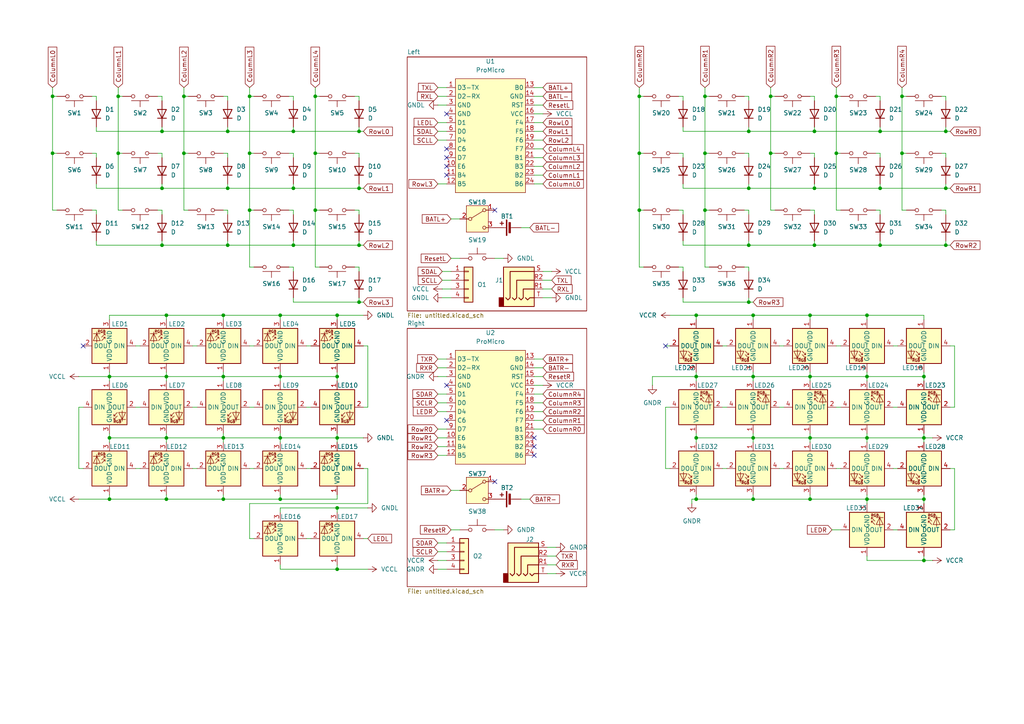
<source format=kicad_sch>
(kicad_sch (version 20231120) (generator "eeschema") (generator_version "8.0")
  (paper "A4")
  (junction (at 91.44 60.96))
  (junction (at 81.28 127))
  (junction (at 72.39 27.94))
  (junction (at 236.22 54.61))
  (junction (at 234.95 109.22))
  (junction (at 64.77 127))
  (junction (at 97.79 127))
  (junction (at 217.17 87.63))
  (junction (at 64.77 91.44))
  (junction (at 48.26 91.44))
  (junction (at 97.79 165.1))
  (junction (at 242.57 27.94))
  (junction (at 234.95 144.78))
  (junction (at 185.42 44.45))
  (junction (at 97.79 91.44))
  (junction (at 234.95 127))
  (junction (at 274.32 71.12))
  (junction (at 91.44 27.94))
  (junction (at 104.14 38.1))
  (junction (at 251.46 91.44))
  (junction (at 64.77 144.78))
  (junction (at 236.22 71.12))
  (junction (at 251.46 109.22))
  (junction (at 104.14 87.63))
  (junction (at 46.99 38.1))
  (junction (at 66.04 54.61))
  (junction (at 218.44 127))
  (junction (at 81.28 91.44))
  (junction (at 261.62 44.45))
  (junction (at 85.09 54.61))
  (junction (at 242.57 44.45))
  (junction (at 46.99 54.61))
  (junction (at 234.95 91.44))
  (junction (at 31.75 127))
  (junction (at 53.34 27.94))
  (junction (at 53.34 44.45))
  (junction (at 15.24 27.94))
  (junction (at 104.14 71.12))
  (junction (at 85.09 38.1))
  (junction (at 204.47 60.96))
  (junction (at 223.52 44.45))
  (junction (at 85.09 71.12))
  (junction (at 201.93 109.22))
  (junction (at 201.93 91.44))
  (junction (at 218.44 109.22))
  (junction (at 261.62 27.94))
  (junction (at 217.17 38.1))
  (junction (at 217.17 54.61))
  (junction (at 185.42 60.96))
  (junction (at 267.97 144.78))
  (junction (at 72.39 60.96))
  (junction (at 48.26 109.22))
  (junction (at 81.28 144.78))
  (junction (at 236.22 38.1))
  (junction (at 15.24 44.45))
  (junction (at 274.32 54.61))
  (junction (at 204.47 27.94))
  (junction (at 72.39 44.45))
  (junction (at 218.44 91.44))
  (junction (at 255.27 38.1))
  (junction (at 204.47 44.45))
  (junction (at 217.17 71.12))
  (junction (at 48.26 127))
  (junction (at 185.42 27.94))
  (junction (at 66.04 38.1))
  (junction (at 255.27 71.12))
  (junction (at 34.29 27.94))
  (junction (at 201.93 127))
  (junction (at 267.97 109.22))
  (junction (at 31.75 144.78))
  (junction (at 218.44 144.78))
  (junction (at 64.77 109.22))
  (junction (at 31.75 109.22))
  (junction (at 48.26 144.78))
  (junction (at 46.99 71.12))
  (junction (at 81.28 109.22))
  (junction (at 267.97 162.56))
  (junction (at 66.04 71.12))
  (junction (at 34.29 44.45))
  (junction (at 91.44 44.45))
  (junction (at 255.27 54.61))
  (junction (at 97.79 147.32))
  (junction (at 201.93 144.78))
  (junction (at 267.97 127))
  (junction (at 251.46 127))
  (junction (at 223.52 27.94))
  (junction (at 97.79 109.22))
  (junction (at 274.32 38.1))
  (junction (at 104.14 54.61))
  (junction (at 251.46 144.78))
  (no_connect (at 129.54 43.18))
  (no_connect (at 129.54 48.26))
  (no_connect (at 143.51 139.7))
  (no_connect (at 154.94 129.54))
  (no_connect (at 143.51 60.96))
  (no_connect (at 129.54 45.72))
  (no_connect (at 193.04 100.33))
  (no_connect (at 129.54 33.02))
  (no_connect (at 154.94 127))
  (no_connect (at 129.54 121.92))
  (no_connect (at 129.54 111.76))
  (no_connect (at 154.94 132.08))
  (no_connect (at 129.54 50.8))
  (no_connect (at 24.13 100.33))
  (wire (pts (xy 217.17 69.85) (xy 217.17 71.12)))
  (wire (pts (xy 133.35 63.5) (xy 130.81 63.5)))
  (wire (pts (xy 196.85 27.94) (xy 198.12 27.94)))
  (wire (pts (xy 31.75 127) (xy 48.26 127)))
  (wire (pts (xy 27.94 69.85) (xy 27.94 71.12)))
  (wire (pts (xy 255.27 60.96) (xy 255.27 62.23)))
  (wire (pts (xy 261.62 27.94) (xy 261.62 44.45)))
  (wire (pts (xy 218.44 91.44) (xy 234.95 91.44)))
  (wire (pts (xy 48.26 91.44) (xy 48.26 92.71)))
  (wire (pts (xy 104.14 87.63) (xy 105.41 87.63)))
  (wire (pts (xy 64.77 91.44) (xy 64.77 92.71)))
  (wire (pts (xy 194.31 118.11) (xy 193.04 118.11)))
  (wire (pts (xy 217.17 87.63) (xy 218.44 87.63)))
  (wire (pts (xy 91.44 44.45) (xy 92.71 44.45)))
  (wire (pts (xy 45.72 44.45) (xy 46.99 44.45)))
  (wire (pts (xy 55.88 118.11) (xy 57.15 118.11)))
  (wire (pts (xy 31.75 109.22) (xy 48.26 109.22)))
  (wire (pts (xy 274.32 27.94) (xy 274.32 29.21)))
  (wire (pts (xy 154.94 116.84) (xy 157.48 116.84)))
  (wire (pts (xy 48.26 127) (xy 64.77 127)))
  (wire (pts (xy 15.24 25.4) (xy 15.24 27.94)))
  (wire (pts (xy 102.87 77.47) (xy 104.14 77.47)))
  (wire (pts (xy 66.04 54.61) (xy 85.09 54.61)))
  (wire (pts (xy 154.94 33.02) (xy 157.48 33.02)))
  (wire (pts (xy 236.22 60.96) (xy 236.22 62.23)))
  (wire (pts (xy 81.28 127) (xy 81.28 128.27)))
  (wire (pts (xy 85.09 44.45) (xy 85.09 45.72)))
  (wire (pts (xy 72.39 44.45) (xy 73.66 44.45)))
  (wire (pts (xy 267.97 144.78) (xy 267.97 143.51)))
  (wire (pts (xy 31.75 109.22) (xy 31.75 110.49)))
  (wire (pts (xy 97.79 144.78) (xy 97.79 143.51)))
  (wire (pts (xy 15.24 27.94) (xy 15.24 44.45)))
  (wire (pts (xy 275.59 153.67) (xy 276.86 153.67)))
  (wire (pts (xy 85.09 27.94) (xy 85.09 29.21)))
  (wire (pts (xy 34.29 44.45) (xy 34.29 60.96)))
  (wire (pts (xy 198.12 38.1) (xy 217.17 38.1)))
  (wire (pts (xy 223.52 25.4) (xy 223.52 27.94)))
  (wire (pts (xy 15.24 60.96) (xy 16.51 60.96)))
  (wire (pts (xy 251.46 107.95) (xy 251.46 109.22)))
  (wire (pts (xy 273.05 44.45) (xy 274.32 44.45)))
  (wire (pts (xy 234.95 144.78) (xy 251.46 144.78)))
  (wire (pts (xy 185.42 60.96) (xy 185.42 77.47)))
  (wire (pts (xy 154.94 25.4) (xy 157.48 25.4)))
  (wire (pts (xy 196.85 77.47) (xy 198.12 77.47)))
  (wire (pts (xy 64.77 109.22) (xy 64.77 110.49)))
  (wire (pts (xy 275.59 118.11) (xy 276.86 118.11)))
  (wire (pts (xy 273.05 60.96) (xy 274.32 60.96)))
  (wire (pts (xy 217.17 54.61) (xy 236.22 54.61)))
  (wire (pts (xy 218.44 125.73) (xy 218.44 127)))
  (wire (pts (xy 35.56 27.94) (xy 34.29 27.94)))
  (wire (pts (xy 127 106.68) (xy 129.54 106.68)))
  (wire (pts (xy 22.86 144.78) (xy 31.75 144.78)))
  (wire (pts (xy 215.9 27.94) (xy 217.17 27.94)))
  (wire (pts (xy 97.79 127) (xy 105.41 127)))
  (wire (pts (xy 218.44 109.22) (xy 234.95 109.22)))
  (wire (pts (xy 127 38.1) (xy 129.54 38.1)))
  (wire (pts (xy 217.17 71.12) (xy 236.22 71.12)))
  (wire (pts (xy 127 25.4) (xy 129.54 25.4)))
  (wire (pts (xy 201.93 107.95) (xy 201.93 109.22)))
  (wire (pts (xy 161.29 163.83) (xy 158.75 163.83)))
  (wire (pts (xy 64.77 107.95) (xy 64.77 109.22)))
  (wire (pts (xy 274.32 71.12) (xy 275.59 71.12)))
  (wire (pts (xy 106.68 135.89) (xy 105.41 135.89)))
  (wire (pts (xy 215.9 60.96) (xy 217.17 60.96)))
  (wire (pts (xy 189.23 109.22) (xy 201.93 109.22)))
  (wire (pts (xy 34.29 25.4) (xy 34.29 27.94)))
  (wire (pts (xy 64.77 127) (xy 64.77 128.27)))
  (wire (pts (xy 234.95 127) (xy 251.46 127)))
  (wire (pts (xy 97.79 147.32) (xy 106.68 147.32)))
  (wire (pts (xy 154.94 121.92) (xy 157.48 121.92)))
  (wire (pts (xy 204.47 27.94) (xy 204.47 44.45)))
  (wire (pts (xy 242.57 118.11) (xy 243.84 118.11)))
  (wire (pts (xy 104.14 71.12) (xy 105.41 71.12)))
  (wire (pts (xy 185.42 25.4) (xy 185.42 27.94)))
  (wire (pts (xy 255.27 36.83) (xy 255.27 38.1)))
  (wire (pts (xy 48.26 109.22) (xy 48.26 110.49)))
  (wire (pts (xy 154.94 53.34) (xy 157.48 53.34)))
  (wire (pts (xy 127 114.3) (xy 129.54 114.3)))
  (wire (pts (xy 83.82 77.47) (xy 85.09 77.47)))
  (wire (pts (xy 218.44 127) (xy 218.44 128.27)))
  (wire (pts (xy 276.86 135.89) (xy 275.59 135.89)))
  (wire (pts (xy 198.12 77.47) (xy 198.12 78.74)))
  (wire (pts (xy 66.04 27.94) (xy 66.04 29.21)))
  (wire (pts (xy 255.27 53.34) (xy 255.27 54.61)))
  (wire (pts (xy 48.26 91.44) (xy 64.77 91.44)))
  (wire (pts (xy 97.79 107.95) (xy 97.79 109.22)))
  (wire (pts (xy 154.94 43.18) (xy 157.48 43.18)))
  (wire (pts (xy 251.46 109.22) (xy 251.46 110.49)))
  (wire (pts (xy 185.42 77.47) (xy 186.69 77.47)))
  (wire (pts (xy 218.44 144.78) (xy 218.44 143.51)))
  (wire (pts (xy 242.57 135.89) (xy 243.84 135.89)))
  (wire (pts (xy 153.67 144.78) (xy 151.13 144.78)))
  (wire (pts (xy 88.9 135.89) (xy 90.17 135.89)))
  (wire (pts (xy 73.66 27.94) (xy 72.39 27.94)))
  (wire (pts (xy 160.02 83.82) (xy 157.48 83.82)))
  (wire (pts (xy 217.17 36.83) (xy 217.17 38.1)))
  (wire (pts (xy 127 30.48) (xy 129.54 30.48)))
  (wire (pts (xy 66.04 53.34) (xy 66.04 54.61)))
  (wire (pts (xy 22.86 135.89) (xy 24.13 135.89)))
  (wire (pts (xy 154.94 114.3) (xy 157.48 114.3)))
  (wire (pts (xy 129.54 162.56) (xy 127 162.56)))
  (wire (pts (xy 209.55 135.89) (xy 210.82 135.89)))
  (wire (pts (xy 201.93 109.22) (xy 201.93 110.49)))
  (wire (pts (xy 81.28 125.73) (xy 81.28 127)))
  (wire (pts (xy 161.29 161.29) (xy 158.75 161.29)))
  (wire (pts (xy 26.67 60.96) (xy 27.94 60.96)))
  (wire (pts (xy 154.94 40.64) (xy 157.48 40.64)))
  (wire (pts (xy 223.52 60.96) (xy 224.79 60.96)))
  (wire (pts (xy 274.32 38.1) (xy 274.32 36.83)))
  (wire (pts (xy 104.14 54.61) (xy 104.14 53.34)))
  (wire (pts (xy 267.97 91.44) (xy 267.97 92.71)))
  (wire (pts (xy 66.04 60.96) (xy 66.04 62.23)))
  (wire (pts (xy 46.99 54.61) (xy 66.04 54.61)))
  (wire (pts (xy 64.77 44.45) (xy 66.04 44.45)))
  (wire (pts (xy 46.99 27.94) (xy 46.99 29.21)))
  (wire (pts (xy 24.13 118.11) (xy 22.86 118.11)))
  (wire (pts (xy 27.94 38.1) (xy 46.99 38.1)))
  (wire (pts (xy 154.94 109.22) (xy 157.48 109.22)))
  (wire (pts (xy 104.14 44.45) (xy 104.14 45.72)))
  (wire (pts (xy 127 127) (xy 129.54 127)))
  (wire (pts (xy 267.97 127) (xy 267.97 128.27)))
  (wire (pts (xy 267.97 109.22) (xy 267.97 110.49)))
  (wire (pts (xy 97.79 109.22) (xy 97.79 110.49)))
  (wire (pts (xy 262.89 27.94) (xy 261.62 27.94)))
  (wire (pts (xy 143.51 153.67) (xy 146.05 153.67)))
  (wire (pts (xy 196.85 60.96) (xy 198.12 60.96)))
  (wire (pts (xy 34.29 27.94) (xy 34.29 44.45)))
  (wire (pts (xy 127 35.56) (xy 129.54 35.56)))
  (wire (pts (xy 251.46 91.44) (xy 251.46 92.71)))
  (wire (pts (xy 201.93 144.78) (xy 201.93 143.51)))
  (wire (pts (xy 251.46 162.56) (xy 267.97 162.56)))
  (wire (pts (xy 22.86 118.11) (xy 22.86 135.89)))
  (wire (pts (xy 104.14 77.47) (xy 104.14 78.74)))
  (wire (pts (xy 81.28 148.59) (xy 81.28 147.32)))
  (wire (pts (xy 91.44 27.94) (xy 91.44 44.45)))
  (wire (pts (xy 154.94 111.76) (xy 157.48 111.76)))
  (wire (pts (xy 267.97 125.73) (xy 267.97 127)))
  (wire (pts (xy 31.75 92.71) (xy 31.75 91.44)))
  (wire (pts (xy 46.99 71.12) (xy 66.04 71.12)))
  (wire (pts (xy 204.47 44.45) (xy 204.47 60.96)))
  (wire (pts (xy 254 44.45) (xy 255.27 44.45)))
  (wire (pts (xy 236.22 54.61) (xy 255.27 54.61)))
  (wire (pts (xy 261.62 44.45) (xy 262.89 44.45)))
  (wire (pts (xy 46.99 69.85) (xy 46.99 71.12)))
  (wire (pts (xy 198.12 71.12) (xy 217.17 71.12)))
  (wire (pts (xy 83.82 27.94) (xy 85.09 27.94)))
  (wire (pts (xy 81.28 91.44) (xy 81.28 92.71)))
  (wire (pts (xy 91.44 60.96) (xy 92.71 60.96)))
  (wire (pts (xy 104.14 86.36) (xy 104.14 87.63)))
  (wire (pts (xy 201.93 125.73) (xy 201.93 127)))
  (wire (pts (xy 15.24 44.45) (xy 15.24 60.96)))
  (wire (pts (xy 81.28 107.95) (xy 81.28 109.22)))
  (wire (pts (xy 198.12 53.34) (xy 198.12 54.61)))
  (wire (pts (xy 64.77 109.22) (xy 81.28 109.22)))
  (wire (pts (xy 161.29 166.37) (xy 158.75 166.37)))
  (wire (pts (xy 198.12 86.36) (xy 198.12 87.63)))
  (wire (pts (xy 97.79 147.32) (xy 97.79 148.59)))
  (wire (pts (xy 64.77 127) (xy 81.28 127)))
  (wire (pts (xy 274.32 38.1) (xy 275.59 38.1)))
  (wire (pts (xy 234.95 60.96) (xy 236.22 60.96)))
  (wire (pts (xy 201.93 91.44) (xy 218.44 91.44)))
  (wire (pts (xy 27.94 71.12) (xy 46.99 71.12)))
  (wire (pts (xy 251.46 109.22) (xy 267.97 109.22)))
  (wire (pts (xy 102.87 27.94) (xy 104.14 27.94)))
  (wire (pts (xy 274.32 44.45) (xy 274.32 45.72)))
  (wire (pts (xy 72.39 27.94) (xy 72.39 44.45)))
  (wire (pts (xy 242.57 100.33) (xy 243.84 100.33)))
  (wire (pts (xy 223.52 27.94) (xy 223.52 44.45)))
  (wire (pts (xy 85.09 77.47) (xy 85.09 78.74)))
  (wire (pts (xy 194.31 135.89) (xy 193.04 135.89)))
  (wire (pts (xy 104.14 38.1) (xy 105.41 38.1)))
  (wire (pts (xy 72.39 77.47) (xy 73.66 77.47)))
  (wire (pts (xy 81.28 163.83) (xy 81.28 165.1)))
  (wire (pts (xy 31.75 107.95) (xy 31.75 109.22)))
  (wire (pts (xy 83.82 44.45) (xy 85.09 44.45)))
  (wire (pts (xy 130.81 74.93) (xy 133.35 74.93)))
  (wire (pts (xy 157.48 106.68) (xy 154.94 106.68)))
  (wire (pts (xy 88.9 118.11) (xy 90.17 118.11)))
  (wire (pts (xy 106.68 100.33) (xy 106.68 118.11)))
  (wire (pts (xy 242.57 25.4) (xy 242.57 27.94)))
  (wire (pts (xy 234.95 91.44) (xy 251.46 91.44)))
  (wire (pts (xy 66.04 44.45) (xy 66.04 45.72)))
  (wire (pts (xy 127 157.48) (xy 129.54 157.48)))
  (wire (pts (xy 157.48 78.74) (xy 160.02 78.74)))
  (wire (pts (xy 224.79 27.94) (xy 223.52 27.94)))
  (wire (pts (xy 154.94 119.38) (xy 157.48 119.38)))
  (wire (pts (xy 48.26 109.22) (xy 64.77 109.22)))
  (wire (pts (xy 130.81 83.82) (xy 128.27 83.82)))
  (wire (pts (xy 189.23 111.76) (xy 189.23 109.22)))
  (wire (pts (xy 127 119.38) (xy 129.54 119.38)))
  (wire (pts (xy 194.31 100.33) (xy 193.04 100.33)))
  (wire (pts (xy 226.06 135.89) (xy 227.33 135.89)))
  (wire (pts (xy 91.44 25.4) (xy 91.44 27.94)))
  (wire (pts (xy 31.75 127) (xy 31.75 128.27)))
  (wire (pts (xy 48.26 144.78) (xy 31.75 144.78)))
  (wire (pts (xy 34.29 60.96) (xy 35.56 60.96)))
  (wire (pts (xy 48.26 144.78) (xy 48.26 143.51)))
  (wire (pts (xy 53.34 44.45) (xy 53.34 60.96)))
  (wire (pts (xy 218.44 107.95) (xy 218.44 109.22)))
  (wire (pts (xy 217.17 77.47) (xy 217.17 78.74)))
  (wire (pts (xy 201.93 127) (xy 201.93 128.27)))
  (wire (pts (xy 218.44 109.22) (xy 218.44 110.49)))
  (wire (pts (xy 234.95 125.73) (xy 234.95 127)))
  (wire (pts (xy 16.51 27.94) (xy 15.24 27.94)))
  (wire (pts (xy 274.32 60.96) (xy 274.32 62.23)))
  (wire (pts (xy 259.08 100.33) (xy 260.35 100.33)))
  (wire (pts (xy 226.06 100.33) (xy 227.33 100.33)))
  (wire (pts (xy 276.86 100.33) (xy 276.86 118.11)))
  (wire (pts (xy 91.44 44.45) (xy 91.44 60.96)))
  (wire (pts (xy 64.77 144.78) (xy 81.28 144.78)))
  (wire (pts (xy 97.79 165.1) (xy 106.68 165.1)))
  (wire (pts (xy 46.99 44.45) (xy 46.99 45.72)))
  (wire (pts (xy 218.44 144.78) (xy 201.93 144.78)))
  (wire (pts (xy 154.94 124.46) (xy 157.48 124.46)))
  (wire (pts (xy 215.9 44.45) (xy 217.17 44.45)))
  (wire (pts (xy 85.09 54.61) (xy 104.14 54.61)))
  (wire (pts (xy 274.32 54.61) (xy 274.32 53.34)))
  (wire (pts (xy 251.46 127) (xy 251.46 128.27)))
  (wire (pts (xy 31.75 91.44) (xy 48.26 91.44)))
  (wire (pts (xy 27.94 53.34) (xy 27.94 54.61)))
  (wire (pts (xy 104.14 38.1) (xy 104.14 36.83)))
  (wire (pts (xy 259.08 135.89) (xy 260.35 135.89)))
  (wire (pts (xy 185.42 44.45) (xy 186.69 44.45)))
  (wire (pts (xy 91.44 77.47) (xy 92.71 77.47)))
  (wire (pts (xy 234.95 107.95) (xy 234.95 109.22)))
  (wire (pts (xy 72.39 100.33) (xy 73.66 100.33)))
  (wire (pts (xy 85.09 71.12) (xy 104.14 71.12)))
  (wire (pts (xy 27.94 36.83) (xy 27.94 38.1)))
  (wire (pts (xy 46.99 53.34) (xy 46.99 54.61)))
  (wire (pts (xy 15.24 44.45) (xy 16.51 44.45)))
  (wire (pts (xy 105.41 156.21) (xy 106.68 156.21)))
  (wire (pts (xy 48.26 144.78) (xy 64.77 144.78)))
  (wire (pts (xy 201.93 91.44) (xy 194.31 91.44)))
  (wire (pts (xy 255.27 38.1) (xy 274.32 38.1)))
  (wire (pts (xy 81.28 144.78) (xy 97.79 144.78)))
  (wire (pts (xy 154.94 38.1) (xy 157.48 38.1)))
  (wire (pts (xy 226.06 118.11) (xy 227.33 118.11)))
  (wire (pts (xy 255.27 54.61) (xy 274.32 54.61)))
  (wire (pts (xy 127 129.54) (xy 129.54 129.54)))
  (wire (pts (xy 251.46 161.29) (xy 251.46 162.56)))
  (wire (pts (xy 72.39 25.4) (xy 72.39 27.94)))
  (wire (pts (xy 81.28 147.32) (xy 97.79 147.32)))
  (wire (pts (xy 72.39 44.45) (xy 72.39 60.96)))
  (wire (pts (xy 85.09 53.34) (xy 85.09 54.61)))
  (wire (pts (xy 81.28 127) (xy 97.79 127)))
  (wire (pts (xy 157.48 27.94) (xy 154.94 27.94)))
  (wire (pts (xy 53.34 25.4) (xy 53.34 27.94)))
  (wire (pts (xy 53.34 27.94) (xy 53.34 44.45)))
  (wire (pts (xy 259.08 118.11) (xy 260.35 118.11)))
  (wire (pts (xy 27.94 44.45) (xy 27.94 45.72)))
  (wire (pts (xy 154.94 30.48) (xy 157.48 30.48)))
  (wire (pts (xy 91.44 60.96) (xy 91.44 77.47)))
  (wire (pts (xy 45.72 27.94) (xy 46.99 27.94)))
  (wire (pts (xy 64.77 27.94) (xy 66.04 27.94)))
  (wire (pts (xy 72.39 146.05) (xy 106.68 146.05)))
  (wire (pts (xy 236.22 44.45) (xy 236.22 45.72)))
  (wire (pts (xy 154.94 104.14) (xy 157.48 104.14)))
  (wire (pts (xy 102.87 60.96) (xy 104.14 60.96)))
  (wire (pts (xy 267.97 162.56) (xy 267.97 161.29)))
  (wire (pts (xy 217.17 86.36) (xy 217.17 87.63)))
  (wire (pts (xy 85.09 69.85) (xy 85.09 71.12)))
  (wire (pts (xy 234.95 109.22) (xy 251.46 109.22)))
  (wire (pts (xy 154.94 50.8) (xy 157.48 50.8)))
  (wire (pts (xy 200.66 146.05) (xy 200.66 144.78)))
  (wire (pts (xy 255.27 44.45) (xy 255.27 45.72)))
  (wire (pts (xy 196.85 44.45) (xy 198.12 44.45)))
  (wire (pts (xy 46.99 38.1) (xy 66.04 38.1)))
  (wire (pts (xy 201.93 109.22) (xy 218.44 109.22)))
  (wire (pts (xy 104.14 71.12) (xy 104.14 69.85)))
  (wire (pts (xy 85.09 36.83) (xy 85.09 38.1)))
  (wire (pts (xy 105.41 100.33) (xy 106.68 100.33)))
  (wire (pts (xy 88.9 156.21) (xy 90.17 156.21)))
  (wire (pts (xy 39.37 100.33) (xy 40.64 100.33)))
  (wire (pts (xy 64.77 60.96) (xy 66.04 60.96)))
  (wire (pts (xy 200.66 144.78) (xy 201.93 144.78)))
  (wire (pts (xy 193.04 118.11) (xy 193.04 135.89)))
  (wire (pts (xy 143.51 74.93) (xy 146.05 74.93)))
  (wire (pts (xy 127 104.14) (xy 129.54 104.14)))
  (wire (pts (xy 45.72 60.96) (xy 46.99 60.96)))
  (wire (pts (xy 236.22 69.85) (xy 236.22 71.12)))
  (wire (pts (xy 236.22 38.1) (xy 255.27 38.1)))
  (wire (pts (xy 81.28 165.1) (xy 97.79 165.1)))
  (wire (pts (xy 81.28 144.78) (xy 81.28 143.51)))
  (wire (pts (xy 217.17 38.1) (xy 236.22 38.1)))
  (wire (pts (xy 104.14 60.96) (xy 104.14 62.23)))
  (wire (pts (xy 66.04 36.83) (xy 66.04 38.1)))
  (wire (pts (xy 66.04 71.12) (xy 85.09 71.12)))
  (wire (pts (xy 234.95 127) (xy 234.95 128.27)))
  (wire (pts (xy 255.27 69.85) (xy 255.27 71.12)))
  (wire (pts (xy 97.79 91.44) (xy 97.79 92.71)))
  (wire (pts (xy 215.9 77.47) (xy 217.17 77.47)))
  (wire (pts (xy 185.42 44.45) (xy 185.42 60.96)))
  (wire (pts (xy 153.67 66.04) (xy 151.13 66.04)))
  (wire (pts (xy 204.47 44.45) (xy 205.74 44.45)))
  (wire (pts (xy 209.55 118.11) (xy 210.82 118.11)))
  (wire (pts (xy 128.27 81.28) (xy 130.81 81.28)))
  (wire (pts (xy 251.46 144.78) (xy 267.97 144.78)))
  (wire (pts (xy 72.39 156.21) (xy 73.66 156.21)))
  (wire (pts (xy 53.34 60.96) (xy 54.61 60.96)))
  (wire (pts (xy 217.17 60.96) (xy 217.17 62.23)))
  (wire (pts (xy 242.57 44.45) (xy 243.84 44.45)))
  (wire (pts (xy 39.37 135.89) (xy 40.64 135.89)))
  (wire (pts (xy 81.28 109.22) (xy 81.28 110.49)))
  (wire (pts (xy 27.94 54.61) (xy 46.99 54.61)))
  (wire (pts (xy 267.97 144.78) (xy 267.97 146.05)))
  (wire (pts (xy 53.34 44.45) (xy 54.61 44.45)))
  (wire (pts (xy 254 27.94) (xy 255.27 27.94)))
  (wire (pts (xy 259.08 153.67) (xy 260.35 153.67)))
  (wire (pts (xy 198.12 87.63) (xy 217.17 87.63)))
  (wire (pts (xy 97.79 127) (xy 97.79 128.27)))
  (wire (pts (xy 105.41 118.11) (xy 106.68 118.11)))
  (wire (pts (xy 242.57 60.96) (xy 243.84 60.96)))
  (wire (pts (xy 72.39 156.21) (xy 72.39 146.05)))
  (wire (pts (xy 205.74 27.94) (xy 204.47 27.94)))
  (wire (pts (xy 48.26 127) (xy 48.26 128.27)))
  (wire (pts (xy 185.42 60.96) (xy 186.69 60.96)))
  (wire (pts (xy 217.17 44.45) (xy 217.17 45.72)))
  (wire (pts (xy 26.67 27.94) (xy 27.94 27.94)))
  (wire (pts (xy 276.86 135.89) (xy 276.86 153.67)))
  (wire (pts (xy 218.44 144.78) (xy 234.95 144.78)))
  (wire (pts (xy 160.02 86.36) (xy 157.48 86.36)))
  (wire (pts (xy 85.09 86.36) (xy 85.09 87.63)))
  (wire (pts (xy 81.28 109.22) (xy 97.79 109.22)))
  (wire (pts (xy 234.95 109.22) (xy 234.95 110.49)))
  (wire (pts (xy 204.47 77.47) (xy 205.74 77.47)))
  (wire (pts (xy 234.95 91.44) (xy 234.95 92.71)))
  (wire (pts (xy 261.62 44.45) (xy 261.62 60.96)))
  (wire (pts (xy 251.46 91.44) (xy 267.97 91.44)))
  (wire (pts (xy 254 60.96) (xy 255.27 60.96)))
  (wire (pts (xy 274.32 71.12) (xy 274.32 69.85)))
  (wire (pts (xy 127 160.02) (xy 129.54 160.02)))
  (wire (pts (xy 204.47 60.96) (xy 204.47 77.47)))
  (wire (pts (xy 85.09 60.96) (xy 85.09 62.23)))
  (wire (pts (xy 261.62 25.4) (xy 261.62 27.94)))
  (wire (pts (xy 72.39 60.96) (xy 72.39 77.47)))
  (wire (pts (xy 54.61 27.94) (xy 53.34 27.94)))
  (wire (pts (xy 217.17 53.34) (xy 217.17 54.61)))
  (wire (pts (xy 55.88 100.33) (xy 57.15 100.33)))
  (wire (pts (xy 97.79 91.44) (xy 105.41 91.44)))
  (wire (pts (xy 158.75 158.75) (xy 161.29 158.75)))
  (wire (pts (xy 104.14 54.61) (xy 105.41 54.61)))
  (wire (pts (xy 236.22 36.83) (xy 236.22 38.1)))
  (wire (pts (xy 275.59 100.33) (xy 276.86 100.33)))
  (wire (pts (xy 64.77 125.73) (xy 64.77 127)))
  (wire (pts (xy 236.22 71.12) (xy 255.27 71.12)))
  (wire (pts (xy 274.32 54.61) (xy 275.59 54.61)))
  (wire (pts (xy 85.09 87.63) (xy 104.14 87.63)))
  (wire (pts (xy 204.47 25.4) (xy 204.47 27.94)))
  (wire (pts (xy 251.46 125.73) (xy 251.46 127)))
  (wire (pts (xy 130.81 153.67) (xy 133.35 153.67)))
  (wire (pts (xy 64.77 91.44) (xy 81.28 91.44)))
  (wire (pts (xy 154.94 48.26) (xy 157.48 48.26)))
  (wire (pts (xy 217.17 27.94) (xy 217.17 29.21)))
  (wire (pts (xy 48.26 125.73) (xy 48.26 127)))
  (wire (pts (xy 234.95 144.78) (xy 234.95 143.51)))
  (wire (pts (xy 242.57 27.94) (xy 242.57 44.45)))
  (wire (pts (xy 72.39 118.11) (xy 73.66 118.11)))
  (wire (pts (xy 97.79 165.1) (xy 97.79 163.83)))
  (wire (pts (xy 154.94 35.56) (xy 157.48 35.56)))
  (wire (pts (xy 97.79 125.73) (xy 97.79 127)))
  (wire (pts (xy 46.99 36.83) (xy 46.99 38.1)))
  (wire (pts (xy 127 109.22) (xy 129.54 109.22)))
  (wire (pts (xy 236.22 53.34) (xy 236.22 54.61)))
  (wire (pts (xy 251.46 127) (xy 267.97 127)))
  (wire (pts (xy 127 132.08) (xy 129.54 132.08)))
  (wire (pts (xy 27.94 60.96) (xy 27.94 62.23)))
  (wire (pts (xy 198.12 44.45) (xy 198.12 45.72)))
  (wire (pts (xy 81.28 91.44) (xy 97.79 91.44)))
  (wire (pts (xy 241.3 153.67) (xy 243.84 153.67)))
  (wire (pts (xy 251.46 144.78) (xy 251.46 143.51)))
  (wire (pts (xy 31.75 144.78) (xy 31.75 143.51)))
  (wire (pts (xy 204.47 60.96) (xy 205.74 60.96)))
  (wire (pts (xy 185.42 27.94) (xy 185.42 44.45)))
  (wire (pts (xy 127 124.46) (xy 129.54 124.46)))
  (wire (pts (xy 267.97 162.56) (xy 270.51 162.56)))
  (wire (pts (xy 198.12 54.61) (xy 217.17 54.61)))
  (wire (pts (xy 72.39 60.96) (xy 73.66 60.96)))
  (wire (pts (xy 46.99 60.96) (xy 46.99 62.23)))
  (wire (pts (xy 251.46 146.05) (xy 251.46 144.78)))
  (wire (pts (xy 72.39 135.89) (xy 73.66 135.89)))
  (wire (pts (xy 186.69 27.94) (xy 185.42 27.94)))
  (wire (pts (xy 22.86 109.22) (xy 31.75 109.22)))
  (wire (pts (xy 64.77 144.78) (xy 64.77 143.51)))
  (wire (pts (xy 273.05 27.94) (xy 274.32 27.94)))
  (wire (pts (xy 133.35 142.24) (xy 130.81 142.24)))
  (wire (pts (xy 236.22 27.94) (xy 236.22 29.21)))
  (wire (pts (xy 39.37 118.11) (xy 40.64 118.11)))
  (wire (pts (xy 66.04 69.85) (xy 66.04 71.12)))
  (wire (pts (xy 242.57 44.45) (xy 242.57 60.96)))
  (wire (pts (xy 55.88 135.89) (xy 57.15 135.89)))
  (wire (pts (xy 127 40.64) (xy 129.54 40.64)))
  (wire (pts (xy 85.09 38.1) (xy 104.14 38.1)))
  (wire (pts (xy 160.02 81.28) (xy 157.48 81.28)))
  (wire (pts (xy 88.9 100.33) (xy 90.17 100.33)))
  (wire (pts (xy 106.68 146.05) (xy 106.68 135.89)))
  (wire (pts (xy 261.62 60.96) (xy 262.89 60.96)))
  (wire (pts (xy 154.94 45.72) (xy 157.48 45.72)))
  (wire (pts (xy 255.27 71.12) (xy 274.32 71.12)))
  (wire (pts (xy 267.97 127) (xy 270.51 127)))
  (wire (pts (xy 223.52 44.45) (xy 223.52 60.96)))
  (wire (pts (xy 218.44 127) (xy 234.95 127)))
  (wire (pts (xy 127 27.94) (xy 129.54 27.94)))
  (wire (pts (xy 128.27 78.74) (xy 130.81 78.74)))
  (wire (pts (xy 83.82 60.96) (xy 85.09 60.96)))
  (wire (pts (xy 198.12 27.94) (xy 198.12 29.21)))
  (wire (pts (xy 201.93 92.71) (xy 201.93 91.44)))
  (wire (pts (xy 255.27 27.94) (xy 255.27 29.21)))
  (wire (pts (xy 223.52 44.45) (xy 224.79 44.45)))
  (wire (pts (xy 48.26 107.95) (xy 48.26 109.22)))
  (wire (pts (xy 201.93 127) (xy 218.44 127)))
  (wire (pts (xy 234.95 44.45) (xy 236.22 44.45)))
  (wire (pts (xy 31.75 125.73) (xy 31.75 127)))
  (wire (pts (xy 243.84 27.94) (xy 242.57 27.94)))
  (wire (pts (xy 127 116.84) (xy 129.54 116.84)))
  (wire (pts (xy 102.87 44.45) (xy 104.14 44.45)))
  (wire (pts (xy 34.29 44.45) (xy 35.56 44.45)))
  (wire (pts (xy 198.12 60.96) (xy 198.12 62.23)))
  (wire (pts (xy 27.94 27.94) (xy 27.94 29.21)))
  (wire (pts (xy 198.12 36.83) (xy 198.12 38.1)))
  (wire (pts (xy 198.12 69.85) (xy 198.12 71.12)))
  (wire (pts (xy 267.97 107.95) (xy 267.97 109.22)))
  (wire (pts (xy 66.04 38.1) (xy 85.09 38.1)))
  (wire (pts (xy 127 165.1) (xy 129.54 165.1)))
  (wire (pts (xy 218.44 91.44) (xy 218.44 92.71)))
  (wire (pts (xy 234.95 27.94) (xy 236.22 27.94)))
  (wire (pts (xy 128.27 86.36) (xy 130.81 86.36)))
  (wire (pts (xy 209.55 100.33) (xy 210.82 100.33)))
  (wire (pts (xy 104.14 27.94) (xy 104.14 29.21)))
  (wire (pts (xy 92.71 27.94) (xy 91.44 27.94)))
  (wire (pts (xy 127 53.34) (xy 129.54 53.34)))
  (wire (pts (xy 26.67 44.45) (xy 27.94 44.45)))
  (global_label "ColumnL0" (shape input) (at 15.24 25.4 90) (property "Intersheetrefs" "${INTERSHEET_REFS}" (effects (hide yes))))
  (global_label "BATR+" (shape input) (at 157.48 104.14 0) (property "Intersheetrefs" "${INTERSHEET_REFS}" (effects (hide yes))))
  (global_label "ColumnR4" (shape input) (at 157.48 114.3 0) (property "Intersheetrefs" "${INTERSHEET_REFS}" (effects (hide yes))))
  (global_label "TXL" (shape input) (at 127 25.4 180) (property "Intersheetrefs" "${INTERSHEET_REFS}" (effects (hide yes))))
  (global_label "ColumnL2" (shape input) (at 53.34 25.4 90) (property "Intersheetrefs" "${INTERSHEET_REFS}" (effects (hide yes))))
  (global_label "RowR0" (shape input) (at 127 124.46 180) (property "Intersheetrefs" "${INTERSHEET_REFS}" (effects (hide yes))))
  (global_label "BATL+" (shape input) (at 130.81 63.5 180) (property "Intersheetrefs" "${INTERSHEET_REFS}" (effects (hide yes))))
  (global_label "ColumnR3" (shape input) (at 157.48 116.84 0) (property "Intersheetrefs" "${INTERSHEET_REFS}" (effects (hide yes))))
  (global_label "RowL0" (shape input) (at 105.41 38.1 0) (property "Intersheetrefs" "${INTERSHEET_REFS}" (effects (hide yes))))
  (global_label "ColumnL4" (shape input) (at 157.48 43.18 0) (property "Intersheetrefs" "${INTERSHEET_REFS}" (effects (hide yes))))
  (global_label "ColumnR1" (shape input) (at 157.48 121.92 0) (property "Intersheetrefs" "${INTERSHEET_REFS}" (effects (hide yes))))
  (global_label "RXR" (shape input) (at 161.29 163.83 0) (property "Intersheetrefs" "${INTERSHEET_REFS}" (effects (hide yes))))
  (global_label "RowR0" (shape input) (at 275.59 38.1 0) (property "Intersheetrefs" "${INTERSHEET_REFS}" (effects (hide yes))))
  (global_label "RXL" (shape input) (at 160.02 83.82 0) (property "Intersheetrefs" "${INTERSHEET_REFS}" (effects (hide yes))))
  (global_label "SDAR" (shape input) (at 127 114.3 180) (property "Intersheetrefs" "${INTERSHEET_REFS}" (effects (hide yes))))
  (global_label "RowL3" (shape input) (at 127 53.34 180) (property "Intersheetrefs" "${INTERSHEET_REFS}" (effects (hide yes))))
  (global_label "TXR" (shape input) (at 127 104.14 180) (property "Intersheetrefs" "${INTERSHEET_REFS}" (effects (hide yes))))
  (global_label "ResetR" (shape input) (at 130.81 153.67 180) (property "Intersheetrefs" "${INTERSHEET_REFS}" (effects (hide yes))))
  (global_label "RowL3" (shape input) (at 105.41 87.63 0) (property "Intersheetrefs" "${INTERSHEET_REFS}" (effects (hide yes))))
  (global_label "RowR3" (shape input) (at 127 132.08 180) (property "Intersheetrefs" "${INTERSHEET_REFS}" (effects (hide yes))))
  (global_label "RowL1" (shape input) (at 105.41 54.61 0) (property "Intersheetrefs" "${INTERSHEET_REFS}" (effects (hide yes))))
  (global_label "ColumnL1" (shape input) (at 157.48 50.8 0) (property "Intersheetrefs" "${INTERSHEET_REFS}" (effects (hide yes))))
  (global_label "ColumnR2" (shape input) (at 223.52 25.4 90) (property "Intersheetrefs" "${INTERSHEET_REFS}" (effects (hide yes))))
  (global_label "RowR1" (shape input) (at 127 127 180) (property "Intersheetrefs" "${INTERSHEET_REFS}" (effects (hide yes))))
  (global_label "SDAL" (shape input) (at 128.27 78.74 180) (property "Intersheetrefs" "${INTERSHEET_REFS}" (effects (hide yes))))
  (global_label "RowL0" (shape input) (at 157.48 35.56 0) (property "Intersheetrefs" "${INTERSHEET_REFS}" (effects (hide yes))))
  (global_label "LEDR" (shape input) (at 241.3 153.67 180) (property "Intersheetrefs" "${INTERSHEET_REFS}" (effects (hide yes))))
  (global_label "ColumnL3" (shape input) (at 72.39 25.4 90) (property "Intersheetrefs" "${INTERSHEET_REFS}" (effects (hide yes))))
  (global_label "BATR-" (shape input) (at 153.67 144.78 0) (property "Intersheetrefs" "${INTERSHEET_REFS}" (effects (hide yes))))
  (global_label "ResetR" (shape input) (at 157.48 109.22 0) (property "Intersheetrefs" "${INTERSHEET_REFS}" (effects (hide yes))))
  (global_label "SCLL" (shape input) (at 127 40.64 180) (property "Intersheetrefs" "${INTERSHEET_REFS}" (effects (hide yes))))
  (global_label "RowL2" (shape input) (at 157.48 40.64 0) (property "Intersheetrefs" "${INTERSHEET_REFS}" (effects (hide yes))))
  (global_label "LEDL" (shape input) (at 106.68 156.21 0) (property "Intersheetrefs" "${INTERSHEET_REFS}" (effects (hide yes))))
  (global_label "RowR2" (shape input) (at 127 129.54 180) (property "Intersheetrefs" "${INTERSHEET_REFS}" (effects (hide yes))))
  (global_label "ResetL" (shape input) (at 130.81 74.93 180) (property "Intersheetrefs" "${INTERSHEET_REFS}" (effects (hide yes))))
  (global_label "BATL-" (shape input) (at 157.48 27.94 0) (property "Intersheetrefs" "${INTERSHEET_REFS}" (effects (hide yes))))
  (global_label "BATR+" (shape input) (at 130.81 142.24 180) (property "Intersheetrefs" "${INTERSHEET_REFS}" (effects (hide yes))))
  (global_label "ColumnR2" (shape input) (at 157.48 119.38 0) (property "Intersheetrefs" "${INTERSHEET_REFS}" (effects (hide yes))))
  (global_label "ColumnL1" (shape input) (at 34.29 25.4 90) (property "Intersheetrefs" "${INTERSHEET_REFS}" (effects (hide yes))))
  (global_label "TXR" (shape input) (at 161.29 161.29 0) (property "Intersheetrefs" "${INTERSHEET_REFS}" (effects (hide yes))))
  (global_label "RowR3" (shape input) (at 218.44 87.63 0) (property "Intersheetrefs" "${INTERSHEET_REFS}" (effects (hide yes))))
  (global_label "BATL+" (shape input) (at 157.48 25.4 0) (property "Intersheetrefs" "${INTERSHEET_REFS}" (effects (hide yes))))
  (global_label "ColumnR1" (shape input) (at 204.47 25.4 90) (property "Intersheetrefs" "${INTERSHEET_REFS}" (effects (hide yes))))
  (global_label "RowR2" (shape input) (at 275.59 71.12 0) (property "Intersheetrefs" "${INTERSHEET_REFS}" (effects (hide yes))))
  (global_label "SDAR" (shape input) (at 127 157.48 180) (property "Intersheetrefs" "${INTERSHEET_REFS}" (effects (hide yes))))
  (global_label "ResetL" (shape input) (at 157.48 30.48 0) (property "Intersheetrefs" "${INTERSHEET_REFS}" (effects (hide yes))))
  (global_label "ColumnL0" (shape input) (at 157.48 53.34 0) (property "Intersheetrefs" "${INTERSHEET_REFS}" (effects (hide yes))))
  (global_label "TXL" (shape input) (at 160.02 81.28 0) (property "Intersheetrefs" "${INTERSHEET_REFS}" (effects (hide yes))))
  (global_label "SCLL" (shape input) (at 128.27 81.28 180) (property "Intersheetrefs" "${INTERSHEET_REFS}" (effects (hide yes))))
  (global_label "SDAL" (shape input) (at 127 38.1 180) (property "Intersheetrefs" "${INTERSHEET_REFS}" (effects (hide yes))))
  (global_label "LEDR" (shape input) (at 127 119.38 180) (property "Intersheetrefs" "${INTERSHEET_REFS}" (effects (hide yes))))
  (global_label "BATR-" (shape input) (at 157.48 106.68 0) (property "Intersheetrefs" "${INTERSHEET_REFS}" (effects (hide yes))))
  (global_label "RowR1" (shape input) (at 275.59 54.61 0) (property "Intersheetrefs" "${INTERSHEET_REFS}" (effects (hide yes))))
  (global_label "SCLR" (shape input) (at 127 116.84 180) (property "Intersheetrefs" "${INTERSHEET_REFS}" (effects (hide yes))))
  (global_label "ColumnL2" (shape input) (at 157.48 48.26 0) (property "Intersheetrefs" "${INTERSHEET_REFS}" (effects (hide yes))))
  (global_label "ColumnR0" (shape input) (at 157.48 124.46 0) (property "Intersheetrefs" "${INTERSHEET_REFS}" (effects (hide yes))))
  (global_label "ColumnR3" (shape input) (at 242.57 25.4 90) (property "Intersheetrefs" "${INTERSHEET_REFS}" (effects (hide yes))))
  (global_label "BATL-" (shape input) (at 153.67 66.04 0) (property "Intersheetrefs" "${INTERSHEET_REFS}" (effects (hide yes))))
  (global_label "LEDL" (shape input) (at 127 35.56 180) (property "Intersheetrefs" "${INTERSHEET_REFS}" (effects (hide yes))))
  (global_label "RowL2" (shape input) (at 105.41 71.12 0) (property "Intersheetrefs" "${INTERSHEET_REFS}" (effects (hide yes))))
  (global_label "SCLR" (shape input) (at 127 160.02 180) (property "Intersheetrefs" "${INTERSHEET_REFS}" (effects (hide yes))))
  (global_label "RXL" (shape input) (at 127 27.94 180) (property "Intersheetrefs" "${INTERSHEET_REFS}" (effects (hide yes))))
  (global_label "RowL1" (shape input) (at 157.48 38.1 0) (property "Intersheetrefs" "${INTERSHEET_REFS}" (effects (hide yes))))
  (global_label "ColumnL3" (shape input) (at 157.48 45.72 0) (property "Intersheetrefs" "${INTERSHEET_REFS}" (effects (hide yes))))
  (global_label "ColumnL4" (shape input) (at 91.44 25.4 90) (property "Intersheetrefs" "${INTERSHEET_REFS}" (effects (hide yes))))
  (global_label "ColumnR4" (shape input) (at 261.62 25.4 90) (property "Intersheetrefs" "${INTERSHEET_REFS}" (effects (hide yes))))
  (global_label "ColumnR0" (shape input) (at 185.42 25.4 90) (property "Intersheetrefs" "${INTERSHEET_REFS}" (effects (hide yes))))
  (global_label "RXR" (shape input) (at 127 106.68 180) (property "Intersheetrefs" "${INTERSHEET_REFS}" (effects (hide yes))))
  (symbol (lib_id "Switch:SW_Push") (at 267.97 44.45 180) (unit 1)
    (property "Reference" "SW29" (at 267.97 49.276 0))
    (property "Value" "SW_Push" (effects (hide yes)))
    (property "Footprint" "Janitor:SW_Choc_Hotswap" (effects (hide yes)))
    (property "Description" "Push button switch, generic, two pins" (effects (hide yes)))
  )
  (symbol (lib_id "Device:D") (at 104.14 49.53 90) (unit 1)
    (property "Reference" "D10" (at 106.68 48.2599 90) (effects (justify right)))
    (property "Value" "D" (at 106.68 50.7999 90) (effects (justify right)))
    (property "Footprint" "Janitor:D_SOD-123" (effects (hide yes)))
    (property "Description" "Diode" (effects (hide yes)))
    (property "Sim.Device" "D" (effects (hide yes)))
    (property "Sim.Pins" "1=K 2=A" (effects (hide yes)))
  )
  (symbol (lib_id "Device:Battery_Cell") (at 148.59 66.04 90) (unit 1)
    (property "Reference" "BT1" (at 147.066 62.738 90))
    (property "Value" "Battery_Cell" (effects (hide yes)))
    (property "Footprint" "Janitor:CONN_Battery_JST" (effects (hide yes)))
    (property "Description" "Single-cell battery" (effects (hide yes)))
  )
  (symbol (lib_id "Switch:SW_Push") (at 40.64 44.45 180) (unit 1)
    (property "Reference" "SW7" (at 40.64 49.276 0))
    (property "Value" "SW_Push" (effects (hide yes)))
    (property "Footprint" "Janitor:SW_Choc_Hotswap" (effects (hide yes)))
    (property "Description" "Push button switch, generic, two pins" (effects (hide yes)))
  )
  (symbol (lib_id "power:VDD") (at 270.51 127 270) (unit 1)
    (property "Reference" "#PWR011" (effects (hide yes)))
    (property "Value" "VCCR" (at 274.32 126.9999 90) (effects (justify left)))
    (property "Description" "Power symbol creates a global label with name \"VDD\"" (effects (hide yes)))
  )
  (symbol (lib_id "power:GND") (at 105.41 127 90) (unit 1)
    (property "Reference" "#PWR05" (effects (hide yes)))
    (property "Value" "GNDL" (at 109.22 126.9999 90) (effects (justify right)))
    (property "Description" "Power symbol creates a global label with name \"GND\" , ground" (effects (hide yes)))
  )
  (symbol (lib_id "power:GND") (at 146.05 74.93 90) (unit 1)
    (property "Reference" "#PWR09" (effects (hide yes)))
    (property "Value" "GNDL" (at 149.86 74.9299 90) (effects (justify right)))
    (property "Description" "Power symbol creates a global label with name \"GND\" , ground" (effects (hide yes)))
  )
  (symbol (lib_id "Device:D") (at 27.94 33.02 90) (unit 1)
    (property "Reference" "D1" (at 30.48 31.7499 90) (effects (justify right)))
    (property "Value" "D" (at 30.48 34.2899 90) (effects (justify right)))
    (property "Footprint" "Janitor:D_SOD-123" (effects (hide yes)))
    (property "Description" "Diode" (effects (hide yes)))
    (property "Sim.Device" "D" (effects (hide yes)))
    (property "Sim.Pins" "1=K 2=A" (effects (hide yes)))
  )
  (symbol (lib_id "Device:D") (at 85.09 82.55 90) (unit 1)
    (property "Reference" "D16" (at 87.63 81.2799 90) (effects (justify right)))
    (property "Value" "D" (at 87.63 83.8199 90) (effects (justify right)))
    (property "Footprint" "Janitor:D_SOD-123" (effects (hide yes)))
    (property "Description" "Diode" (effects (hide yes)))
    (property "Sim.Device" "D" (effects (hide yes)))
    (property "Sim.Pins" "1=K 2=A" (effects (hide yes)))
  )
  (symbol (lib_id "Switch:SW_Push") (at 138.43 153.67 0) (unit 1)
    (property "Reference" "SW38" (at 138.43 148.336 0))
    (property "Value" "SW_Push" (effects (hide yes)))
    (property "Footprint" "Janitor:Panasonic_EVQPUL_EVQPUC" (effects (hide yes)))
    (property "Description" "Push button switch, generic, two pins" (effects (hide yes)))
  )
  (symbol (lib_id "Janitor:SK6812MINI-E") (at 267.97 118.11 0) (mirror x) (unit 1)
    (property "Reference" "LED23" (at 271.272 111.76 0))
    (property "Value" "SK6812MINI-E" (effects (hide yes)))
    (property "Footprint" "Janitor:LED_SK6812-Mini-E" (effects (hide yes)))
    (property "Description" "Reverse mount adressable LED (WS2812 protocol)" (effects (hide yes)))
  )
  (symbol (lib_id "Connector_Audio:AudioJack4") (at 153.67 161.29 0) (unit 1)
    (property "Reference" "J2" (at 153.67 156.464 0))
    (property "Value" "AudioJack4" (effects (hide yes)))
    (property "Footprint" "Janitor:TRRS-PJ-320A" (effects (hide yes)))
    (property "Description" "Audio Jack, 4 Poles (TRRS)" (effects (hide yes)))
  )
  (symbol (lib_id "Janitor:SK6812MINI-E") (at 31.75 100.33 180) (unit 1)
    (property "Reference" "LED1" (at 34.798 93.98 0))
    (property "Value" "SK6812MINI-E" (effects (hide yes)))
    (property "Footprint" "Janitor:LED_SK6812-Mini-E" (effects (hide yes)))
    (property "Description" "Reverse mount adressable LED (WS2812 protocol)" (effects (hide yes)))
  )
  (symbol (lib_id "Janitor:SK6812MINI-E") (at 81.28 135.89 180) (unit 1)
    (property "Reference" "LED14" (at 84.328 129.54 0))
    (property "Value" "SK6812MINI-E" (effects (hide yes)))
    (property "Footprint" "Janitor:LED_SK6812-Mini-E" (effects (hide yes)))
    (property "Description" "Reverse mount adressable LED (WS2812 protocol)" (effects (hide yes)))
  )
  (symbol (lib_id "Switch:SW_Push") (at 78.74 27.94 180) (unit 1)
    (property "Reference" "SW4" (at 78.74 32.766 0))
    (property "Value" "SW_Push" (effects (hide yes)))
    (property "Footprint" "Janitor:SW_Choc_Hotswap" (effects (hide yes)))
    (property "Description" "Push button switch, generic, two pins" (effects (hide yes)))
  )
  (symbol (lib_id "PCM_marbastlib-promicroish:Arduino_ProMicro") (at 142.24 39.37 0) (unit 1) (in_bom no)
    (property "Reference" "U1" (at 142.24 17.78 0))
    (property "Value" "ProMicro" (at 142.24 20.32 0))
    (property "Footprint" "Janitor:SuperMini_nRF52840" (effects (hide yes)))
    (property "Description" "Symbol for an Arduino Pro Micro" (effects (hide yes)))
  )
  (symbol (lib_id "Device:D") (at 236.22 66.04 90) (unit 1)
    (property "Reference" "D30" (at 238.76 64.7699 90) (effects (justify right)))
    (property "Value" "D" (at 238.76 67.3099 90) (effects (justify right)))
    (property "Footprint" "Janitor:D_SOD-123" (effects (hide yes)))
    (property "Description" "Diode" (effects (hide yes)))
    (property "Sim.Device" "D" (effects (hide yes)))
    (property "Sim.Pins" "1=K 2=A" (effects (hide yes)))
  )
  (symbol (lib_id "Switch:SW_Push") (at 78.74 77.47 180) (unit 1)
    (property "Reference" "SW16" (at 78.74 82.296 0))
    (property "Value" "SW_Push" (effects (hide yes)))
    (property "Footprint" "Janitor:SW_Choc_Hotswap" (effects (hide yes)))
    (property "Description" "Push button switch, generic, two pins" (effects (hide yes)))
  )
  (symbol (lib_id "Device:D") (at 217.17 82.55 90) (unit 1)
    (property "Reference" "D34" (at 219.71 81.2799 90) (effects (justify right)))
    (property "Value" "D" (at 219.71 83.8199 90) (effects (justify right)))
    (property "Footprint" "Janitor:D_SOD-123" (effects (hide yes)))
    (property "Description" "Diode" (effects (hide yes)))
    (property "Sim.Device" "D" (effects (hide yes)))
    (property "Sim.Pins" "1=K 2=A" (effects (hide yes)))
  )
  (symbol (lib_id "Switch:SW_Push") (at 59.69 27.94 180) (unit 1)
    (property "Reference" "SW3" (at 59.69 32.766 0))
    (property "Value" "SW_Push" (effects (hide yes)))
    (property "Footprint" "Janitor:SW_Choc_Hotswap" (effects (hide yes)))
    (property "Description" "Push button switch, generic, two pins" (effects (hide yes)))
  )
  (symbol (lib_id "Device:D") (at 85.09 49.53 90) (unit 1)
    (property "Reference" "D9" (at 87.63 48.2599 90) (effects (justify right)))
    (property "Value" "D" (at 87.63 50.7999 90) (effects (justify right)))
    (property "Footprint" "Janitor:D_SOD-123" (effects (hide yes)))
    (property "Description" "Diode" (effects (hide yes)))
    (property "Sim.Device" "D" (effects (hide yes)))
    (property "Sim.Pins" "1=K 2=A" (effects (hide yes)))
  )
  (symbol (lib_id "Device:D") (at 198.12 82.55 90) (unit 1)
    (property "Reference" "D33" (at 200.66 81.2799 90) (effects (justify right)))
    (property "Value" "D" (at 200.66 83.8199 90) (effects (justify right)))
    (property "Footprint" "Janitor:D_SOD-123" (effects (hide yes)))
    (property "Description" "Diode" (effects (hide yes)))
    (property "Sim.Device" "D" (effects (hide yes)))
    (property "Sim.Pins" "1=K 2=A" (effects (hide yes)))
  )
  (symbol (lib_id "Janitor:SK6812MINI-E") (at 267.97 100.33 0) (mirror y) (unit 1)
    (property "Reference" "LED18" (at 264.668 106.68 0))
    (property "Value" "SK6812MINI-E" (effects (hide yes)))
    (property "Footprint" "Janitor:LED_SK6812-Mini-E" (effects (hide yes)))
    (property "Description" "Reverse mount adressable LED (WS2812 protocol)" (effects (hide yes)))
  )
  (symbol (lib_id "power:VCC") (at 128.27 83.82 90) (unit 1)
    (property "Reference" "#PWR016" (effects (hide yes)))
    (property "Value" "VCCL" (at 124.46 83.8199 90) (effects (justify left)))
    (property "Description" "Power symbol creates a global label with name \"VCC\"" (effects (hide yes)))
  )
  (symbol (lib_id "Janitor:SK6812MINI-E") (at 234.95 100.33 0) (mirror y) (unit 1)
    (property "Reference" "LED20" (at 231.648 106.68 0))
    (property "Value" "SK6812MINI-E" (effects (hide yes)))
    (property "Footprint" "Janitor:LED_SK6812-Mini-E" (effects (hide yes)))
    (property "Description" "Reverse mount adressable LED (WS2812 protocol)" (effects (hide yes)))
  )
  (symbol (lib_id "Device:D") (at 46.99 33.02 90) (unit 1)
    (property "Reference" "D2" (at 49.53 31.7499 90) (effects (justify right)))
    (property "Value" "D" (at 49.53 34.2899 90) (effects (justify right)))
    (property "Footprint" "Janitor:D_SOD-123" (effects (hide yes)))
    (property "Description" "Diode" (effects (hide yes)))
    (property "Sim.Device" "D" (effects (hide yes)))
    (property "Sim.Pins" "1=K 2=A" (effects (hide yes)))
  )
  (symbol (lib_id "Janitor:SK6812MINI-E") (at 218.44 135.89 0) (mirror y) (unit 1)
    (property "Reference" "LED31" (at 221.742 129.54 0))
    (property "Value" "SK6812MINI-E" (effects (hide yes)))
    (property "Footprint" "Janitor:LED_SK6812-Mini-E" (effects (hide yes)))
    (property "Description" "Reverse mount adressable LED (WS2812 protocol)" (effects (hide yes)))
  )
  (symbol (lib_id "Janitor:SK6812MINI-E") (at 218.44 118.11 0) (mirror x) (unit 1)
    (property "Reference" "LED26" (at 221.742 111.76 0))
    (property "Value" "SK6812MINI-E" (effects (hide yes)))
    (property "Footprint" "Janitor:LED_SK6812-Mini-E" (effects (hide yes)))
    (property "Description" "Reverse mount adressable LED (WS2812 protocol)" (effects (hide yes)))
  )
  (symbol (lib_id "power:GND") (at 127 30.48 270) (unit 1)
    (property "Reference" "#PWR07" (effects (hide yes)))
    (property "Value" "GNDL" (at 123.19 30.4799 90) (effects (justify right)))
    (property "Description" "Power symbol creates a global label with name \"GND\" , ground" (effects (hide yes)))
  )
  (symbol (lib_id "Switch:SW_Push") (at 59.69 44.45 180) (unit 1)
    (property "Reference" "SW8" (at 59.69 49.276 0))
    (property "Value" "SW_Push" (effects (hide yes)))
    (property "Footprint" "Janitor:SW_Choc_Hotswap" (effects (hide yes)))
    (property "Description" "Push button switch, generic, two pins" (effects (hide yes)))
  )
  (symbol (lib_id "Device:D") (at 236.22 49.53 90) (unit 1)
    (property "Reference" "D25" (at 238.76 48.2599 90) (effects (justify right)))
    (property "Value" "D" (at 238.76 50.7999 90) (effects (justify right)))
    (property "Footprint" "Janitor:D_SOD-123" (effects (hide yes)))
    (property "Description" "Diode" (effects (hide yes)))
    (property "Sim.Device" "D" (effects (hide yes)))
    (property "Sim.Pins" "1=K 2=A" (effects (hide yes)))
  )
  (symbol (lib_id "Janitor:SK6812MINI-E") (at 97.79 156.21 180) (unit 1)
    (property "Reference" "LED17" (at 100.838 149.86 0))
    (property "Value" "SK6812MINI-E" (effects (hide yes)))
    (property "Footprint" "Janitor:LED_SK6812-Mini-E" (effects (hide yes)))
    (property "Description" "Reverse mount adressable LED (WS2812 protocol)" (effects (hide yes)))
  )
  (symbol (lib_id "Switch:SW_Push") (at 210.82 44.45 180) (unit 1)
    (property "Reference" "SW26" (at 210.82 49.276 0))
    (property "Value" "SW_Push" (effects (hide yes)))
    (property "Footprint" "Janitor:SW_Choc_Hotswap" (effects (hide yes)))
    (property "Description" "Push button switch, generic, two pins" (effects (hide yes)))
  )
  (symbol (lib_id "Device:D") (at 198.12 66.04 90) (unit 1)
    (property "Reference" "D28" (at 200.66 64.7699 90) (effects (justify right)))
    (property "Value" "D" (at 200.66 67.3099 90) (effects (justify right)))
    (property "Footprint" "Janitor:D_SOD-123" (effects (hide yes)))
    (property "Description" "Diode" (effects (hide yes)))
    (property "Sim.Device" "D" (effects (hide yes)))
    (property "Sim.Pins" "1=K 2=A" (effects (hide yes)))
  )
  (symbol (lib_id "Switch:SW_Push") (at 191.77 44.45 180) (unit 1)
    (property "Reference" "SW25" (at 191.77 49.276 0))
    (property "Value" "SW_Push" (effects (hide yes)))
    (property "Footprint" "Janitor:SW_Choc_Hotswap" (effects (hide yes)))
    (property "Description" "Push button switch, generic, two pins" (effects (hide yes)))
  )
  (symbol (lib_id "Device:D") (at 46.99 49.53 90) (unit 1)
    (property "Reference" "D7" (at 49.53 48.2599 90) (effects (justify right)))
    (property "Value" "D" (at 49.53 50.7999 90) (effects (justify right)))
    (property "Footprint" "Janitor:D_SOD-123" (effects (hide yes)))
    (property "Description" "Diode" (effects (hide yes)))
    (property "Sim.Device" "D" (effects (hide yes)))
    (property "Sim.Pins" "1=K 2=A" (effects (hide yes)))
  )
  (symbol (lib_id "power:GND") (at 106.68 147.32 90) (unit 1)
    (property "Reference" "#PWR02" (effects (hide yes)))
    (property "Value" "GNDL" (at 110.49 147.3199 90) (effects (justify right)))
    (property "Description" "Power symbol creates a global label with name \"GND\" , ground" (effects (hide yes)))
  )
  (symbol (lib_id "power:VDD") (at 270.51 162.56 270) (unit 1)
    (property "Reference" "#PWR015" (effects (hide yes)))
    (property "Value" "VCCR" (at 274.32 162.5599 90) (effects (justify left)))
    (property "Description" "Power symbol creates a global label with name \"VDD\"" (effects (hide yes)))
  )
  (symbol (lib_id "Janitor:SK6812MINI-E") (at 201.93 135.89 0) (mirror y) (unit 1)
    (property "Reference" "LED32" (at 205.232 129.54 0))
    (property "Value" "SK6812MINI-E" (effects (hide yes)))
    (property "Footprint" "Janitor:LED_SK6812-Mini-E" (effects (hide yes)))
    (property "Description" "Reverse mount adressable LED (WS2812 protocol)" (effects (hide yes)))
  )
  (symbol (lib_id "Janitor:SK6812MINI-E") (at 251.46 153.67 0) (mirror x) (unit 1)
    (property "Reference" "LED33" (at 248.412 147.32 0))
    (property "Value" "SK6812MINI-E" (effects (hide yes)))
    (property "Footprint" "Janitor:LED_SK6812-Mini-E" (effects (hide yes)))
    (property "Description" "Reverse mount adressable LED (WS2812 protocol)" (effects (hide yes)))
  )
  (symbol (lib_id "Device:D") (at 255.27 33.02 90) (unit 1)
    (property "Reference" "D21" (at 257.81 31.7499 90) (effects (justify right)))
    (property "Value" "D" (at 257.81 34.2899 90) (effects (justify right)))
    (property "Footprint" "Janitor:D_SOD-123" (effects (hide yes)))
    (property "Description" "Diode" (effects (hide yes)))
    (property "Sim.Device" "D" (effects (hide yes)))
    (property "Sim.Pins" "1=K 2=A" (effects (hide yes)))
  )
  (symbol (lib_id "power:VCC") (at 127 162.56 90) (unit 1)
    (property "Reference" "#PWR020" (effects (hide yes)))
    (property "Value" "VCCR" (at 123.19 162.5599 90) (effects (justify left)))
    (property "Description" "Power symbol creates a global label with name \"VCC\"" (effects (hide yes)))
  )
  (symbol (lib_id "Janitor:SK6812MINI-E") (at 97.79 118.11 0) (unit 1)
    (property "Reference" "LED10" (at 100.838 111.76 0))
    (property "Value" "SK6812MINI-E" (effects (hide yes)))
    (property "Footprint" "Janitor:LED_SK6812-Mini-E" (effects (hide yes)))
    (property "Description" "Reverse mount adressable LED (WS2812 protocol)" (effects (hide yes)))
  )
  (symbol (lib_id "power:VDD") (at 194.31 91.44 90) (unit 1)
    (property "Reference" "#PWR010" (effects (hide yes)))
    (property "Value" "VCCR" (at 190.5 91.4399 90) (effects (justify left)))
    (property "Description" "Power symbol creates a global label with name \"VDD\"" (effects (hide yes)))
  )
  (symbol (lib_id "Switch:SW_Push") (at 210.82 27.94 180) (unit 1)
    (property "Reference" "SW21" (at 210.82 32.766 0))
    (property "Value" "SW_Push" (effects (hide yes)))
    (property "Footprint" "Janitor:SW_Choc_Hotswap" (effects (hide yes)))
    (property "Description" "Push button switch, generic, two pins" (effects (hide yes)))
  )
  (symbol (lib_id "Device:D") (at 66.04 33.02 90) (unit 1)
    (property "Reference" "D3" (at 68.58 31.7499 90) (effects (justify right)))
    (property "Value" "D" (at 68.58 34.2899 90) (effects (justify right)))
    (property "Footprint" "Janitor:D_SOD-123" (effects (hide yes)))
    (property "Description" "Diode" (effects (hide yes)))
    (property "Sim.Device" "D" (effects (hide yes)))
    (property "Sim.Pins" "1=K 2=A" (effects (hide yes)))
  )
  (symbol (lib_id "Switch:SW_Push") (at 229.87 27.94 180) (unit 1)
    (property "Reference" "SW22" (at 229.87 32.766 0))
    (property "Value" "SW_Push" (effects (hide yes)))
    (property "Footprint" "Janitor:SW_Choc_Hotswap" (effects (hide yes)))
    (property "Description" "Push button switch, generic, two pins" (effects (hide yes)))
  )
  (symbol (lib_id "Janitor:SK6812MINI-E") (at 81.28 100.33 180) (unit 1)
    (property "Reference" "LED4" (at 84.328 93.98 0))
    (property "Value" "SK6812MINI-E" (effects (hide yes)))
    (property "Footprint" "Janitor:LED_SK6812-Mini-E" (effects (hide yes)))
    (property "Description" "Reverse mount adressable LED (WS2812 protocol)" (effects (hide yes)))
  )
  (symbol (lib_id "Connector_Audio:AudioJack4") (at 152.4 81.28 0) (unit 1)
    (property "Reference" "J1" (at 144.78 81.28 0))
    (property "Value" "AudioJack4" (effects (hide yes)))
    (property "Footprint" "Janitor:TRRS-PJ-320A" (effects (hide yes)))
    (property "Description" "Audio Jack, 4 Poles (TRRS)" (effects (hide yes)))
  )
  (symbol (lib_id "Janitor:SK6812MINI-E") (at 48.26 100.33 180) (unit 1)
    (property "Reference" "LED2" (at 51.308 93.98 0))
    (property "Value" "SK6812MINI-E" (effects (hide yes)))
    (property "Footprint" "Janitor:LED_SK6812-Mini-E" (effects (hide yes)))
    (property "Description" "Reverse mount adressable LED (WS2812 protocol)" (effects (hide yes)))
  )
  (symbol (lib_id "Switch:SW_Push") (at 97.79 27.94 180) (unit 1)
    (property "Reference" "SW5" (at 97.79 32.766 0))
    (property "Value" "SW_Push" (effects (hide yes)))
    (property "Footprint" "Janitor:SW_Choc_Hotswap" (effects (hide yes)))
    (property "Description" "Push button switch, generic, two pins" (effects (hide yes)))
  )
  (symbol (lib_id "Janitor:SK6812MINI-E") (at 234.95 135.89 0) (mirror y) (unit 1)
    (property "Reference" "LED30" (at 238.252 129.54 0))
    (property "Value" "SK6812MINI-E" (effects (hide yes)))
    (property "Footprint" "Janitor:LED_SK6812-Mini-E" (effects (hide yes)))
    (property "Description" "Reverse mount adressable LED (WS2812 protocol)" (effects (hide yes)))
  )
  (symbol (lib_id "power:GND") (at 127 165.1 270) (unit 1)
    (property "Reference" "#PWR021" (effects (hide yes)))
    (property "Value" "GNDR" (at 123.19 165.0999 90) (effects (justify right)))
    (property "Description" "Power symbol creates a global label with name \"GND\" , ground" (effects (hide yes)))
  )
  (symbol (lib_id "Switch:SW_Push") (at 210.82 77.47 180) (unit 1)
    (property "Reference" "SW36" (at 210.82 82.296 0))
    (property "Value" "SW_Push" (effects (hide yes)))
    (property "Footprint" "Janitor:SW_Choc_Hotswap" (effects (hide yes)))
    (property "Description" "Push button switch, generic, two pins" (effects (hide yes)))
  )
  (symbol (lib_id "Switch:SW_Push") (at 267.97 27.94 180) (unit 1)
    (property "Reference" "SW24" (at 267.97 32.766 0))
    (property "Value" "SW_Push" (effects (hide yes)))
    (property "Footprint" "Janitor:SW_Choc_Hotswap" (effects (hide yes)))
    (property "Description" "Push button switch, generic, two pins" (effects (hide yes)))
  )
  (symbol (lib_id "power:GND") (at 105.41 91.44 90) (unit 1)
    (property "Reference" "#PWR04" (effects (hide yes)))
    (property "Value" "GNDL" (at 109.22 91.4399 90) (effects (justify right)))
    (property "Description" "Power symbol creates a global label with name \"GND\" , ground" (effects (hide yes)))
  )
  (symbol (lib_id "Janitor:SK6812MINI-E") (at 81.28 156.21 180) (unit 1)
    (property "Reference" "LED16" (at 84.328 149.86 0))
    (property "Value" "SK6812MINI-E" (effects (hide yes)))
    (property "Footprint" "Janitor:LED_SK6812-Mini-E" (effects (hide yes)))
    (property "Description" "Reverse mount adressable LED (WS2812 protocol)" (effects (hide yes)))
  )
  (symbol (lib_id "Janitor:SK6812MINI-E") (at 251.46 118.11 0) (mirror x) (unit 1)
    (property "Reference" "LED24" (at 254.762 111.76 0))
    (property "Value" "SK6812MINI-E" (effects (hide yes)))
    (property "Footprint" "Janitor:LED_SK6812-Mini-E" (effects (hide yes)))
    (property "Description" "Reverse mount adressable LED (WS2812 protocol)" (effects (hide yes)))
  )
  (symbol (lib_id "power:GND") (at 161.29 158.75 90) (mirror x) (unit 1)
    (property "Reference" "#PWR026" (effects (hide yes)))
    (property "Value" "GNDR" (at 165.1 158.7501 90) (effects (justify right)))
    (property "Description" "Power symbol creates a global label with name \"GND\" , ground" (effects (hide yes)))
  )
  (symbol (lib_id "Device:D") (at 217.17 49.53 90) (unit 1)
    (property "Reference" "D24" (at 219.71 48.2599 90) (effects (justify right)))
    (property "Value" "D" (at 219.71 50.7999 90) (effects (justify right)))
    (property "Footprint" "Janitor:D_SOD-123" (effects (hide yes)))
    (property "Description" "Diode" (effects (hide yes)))
    (property "Sim.Device" "D" (effects (hide yes)))
    (property "Sim.Pins" "1=K 2=A" (effects (hide yes)))
  )
  (symbol (lib_id "Switch:SW_Push") (at 229.87 44.45 180) (unit 1)
    (property "Reference" "SW27" (at 229.87 49.276 0))
    (property "Value" "SW_Push" (effects (hide yes)))
    (property "Footprint" "Janitor:SW_Choc_Hotswap" (effects (hide yes)))
    (property "Description" "Push button switch, generic, two pins" (effects (hide yes)))
  )
  (symbol (lib_id "Switch:SW_Push") (at 248.92 44.45 180) (unit 1)
    (property "Reference" "SW28" (at 248.92 49.276 0))
    (property "Value" "SW_Push" (effects (hide yes)))
    (property "Footprint" "Janitor:SW_Choc_Hotswap" (effects (hide yes)))
    (property "Description" "Push button switch, generic, two pins" (effects (hide yes)))
  )
  (symbol (lib_id "Device:D") (at 274.32 49.53 90) (unit 1)
    (property "Reference" "D27" (at 276.86 48.2599 90) (effects (justify right)))
    (property "Value" "D" (at 276.86 50.7999 90) (effects (justify right)))
    (property "Footprint" "Janitor:D_SOD-123" (effects (hide yes)))
    (property "Description" "Diode" (effects (hide yes)))
    (property "Sim.Device" "D" (effects (hide yes)))
    (property "Sim.Pins" "1=K 2=A" (effects (hide yes)))
  )
  (symbol (lib_id "Device:D") (at 274.32 66.04 90) (unit 1)
    (property "Reference" "D32" (at 276.86 64.7699 90) (effects (justify right)))
    (property "Value" "D" (at 276.86 67.3099 90) (effects (justify right)))
    (property "Footprint" "Janitor:D_SOD-123" (effects (hide yes)))
    (property "Description" "Diode" (effects (hide yes)))
    (property "Sim.Device" "D" (effects (hide yes)))
    (property "Sim.Pins" "1=K 2=A" (effects (hide yes)))
  )
  (symbol (lib_id "Janitor:SK6812MINI-E") (at 64.77 100.33 180) (unit 1)
    (property "Reference" "LED3" (at 67.818 93.98 0))
    (property "Value" "SK6812MINI-E" (effects (hide yes)))
    (property "Footprint" "Janitor:LED_SK6812-Mini-E" (effects (hide yes)))
    (property "Description" "Reverse mount adressable LED (WS2812 protocol)" (effects (hide yes)))
  )
  (symbol (lib_id "Switch:SW_Push") (at 97.79 77.47 180) (unit 1)
    (property "Reference" "SW17" (at 97.79 82.296 0))
    (property "Value" "SW_Push" (effects (hide yes)))
    (property "Footprint" "Janitor:SW_Choc_Hotswap" (effects (hide yes)))
    (property "Description" "Push button switch, generic, two pins" (effects (hide yes)))
  )
  (symbol (lib_id "power:GND") (at 200.66 146.05 0) (unit 1)
    (property "Reference" "#PWR013" (effects (hide yes)))
    (property "Value" "GNDR" (at 200.66 151.13 0))
    (property "Description" "Power symbol creates a global label with name \"GND\" , ground" (effects (hide yes)))
  )
  (symbol (lib_id "Device:D") (at 217.17 66.04 90) (unit 1)
    (property "Reference" "D29" (at 219.71 64.7699 90) (effects (justify right)))
    (property "Value" "D" (at 219.71 67.3099 90) (effects (justify right)))
    (property "Footprint" "Janitor:D_SOD-123" (effects (hide yes)))
    (property "Description" "Diode" (effects (hide yes)))
    (property "Sim.Device" "D" (effects (hide yes)))
    (property "Sim.Pins" "1=K 2=A" (effects (hide yes)))
  )
  (symbol (lib_id "Janitor:SK6812MINI-E") (at 48.26 135.89 180) (unit 1)
    (property "Reference" "LED12" (at 51.308 129.54 0))
    (property "Value" "SK6812MINI-E" (effects (hide yes)))
    (property "Footprint" "Janitor:LED_SK6812-Mini-E" (effects (hide yes)))
    (property "Description" "Reverse mount adressable LED (WS2812 protocol)" (effects (hide yes)))
  )
  (symbol (lib_id "power:VCC") (at 157.48 33.02 270) (unit 1)
    (property "Reference" "#PWR08" (effects (hide yes)))
    (property "Value" "VCCL" (at 161.29 33.0199 90) (effects (justify left)))
    (property "Description" "Power symbol creates a global label with name \"VCC\"" (effects (hide yes)))
  )
  (symbol (lib_id "power:GND") (at 189.23 111.76 0) (unit 1)
    (property "Reference" "#PWR012" (effects (hide yes)))
    (property "Value" "GNDR" (at 189.23 116.84 0))
    (property "Description" "Power symbol creates a global label with name \"GND\" , ground" (effects (hide yes)))
  )
  (symbol (lib_id "Switch:SW_Push") (at 97.79 44.45 180) (unit 1)
    (property "Reference" "SW10" (at 97.79 49.276 0))
    (property "Value" "SW_Push" (effects (hide yes)))
    (property "Footprint" "Janitor:SW_Choc_Hotswap" (effects (hide yes)))
    (property "Description" "Push button switch, generic, two pins" (effects (hide yes)))
  )
  (symbol (lib_id "Switch:SW_Push") (at 229.87 60.96 180) (unit 1)
    (property "Reference" "SW32" (at 229.87 65.786 0))
    (property "Value" "SW_Push" (effects (hide yes)))
    (property "Footprint" "Janitor:SW_Choc_Hotswap" (effects (hide yes)))
    (property "Description" "Push button switch, generic, two pins" (effects (hide yes)))
  )
  (symbol (lib_id "Device:D") (at 274.32 33.02 90) (unit 1)
    (property "Reference" "D22" (at 276.86 31.7499 90) (effects (justify right)))
    (property "Value" "D" (at 276.86 34.2899 90) (effects (justify right)))
    (property "Footprint" "Janitor:D_SOD-123" (effects (hide yes)))
    (property "Description" "Diode" (effects (hide yes)))
    (property "Sim.Device" "D" (effects (hide yes)))
    (property "Sim.Pins" "1=K 2=A" (effects (hide yes)))
  )
  (symbol (lib_id "Janitor:SK6812MINI-E") (at 201.93 118.11 0) (mirror x) (unit 1)
    (property "Reference" "LED27" (at 205.232 111.76 0))
    (property "Value" "SK6812MINI-E" (effects (hide yes)))
    (property "Footprint" "Janitor:LED_SK6812-Mini-E" (effects (hide yes)))
    (property "Description" "Reverse mount adressable LED (WS2812 protocol)" (effects (hide yes)))
  )
  (symbol (lib_id "Switch:SW_Push") (at 248.92 27.94 180) (unit 1)
    (property "Reference" "SW23" (at 248.92 32.766 0))
    (property "Value" "SW_Push" (effects (hide yes)))
    (property "Footprint" "Janitor:SW_Choc_Hotswap" (effects (hide yes)))
    (property "Description" "Push button switch, generic, two pins" (effects (hide yes)))
  )
  (symbol (lib_id "Janitor:SK6812MINI-E") (at 97.79 135.89 180) (unit 1)
    (property "Reference" "LED15" (at 100.838 129.54 0))
    (property "Value" "SK6812MINI-E" (effects (hide yes)))
    (property "Footprint" "Janitor:LED_SK6812-Mini-E" (effects (hide yes)))
    (property "Description" "Reverse mount adressable LED (WS2812 protocol)" (effects (hide yes)))
  )
  (symbol (lib_id "Switch:SW_Push") (at 40.64 60.96 180) (unit 1)
    (property "Reference" "SW12" (at 40.64 65.786 0))
    (property "Value" "SW_Push" (effects (hide yes)))
    (property "Footprint" "Janitor:SW_Choc_Hotswap" (effects (hide yes)))
    (property "Description" "Push button switch, generic, two pins" (effects (hide yes)))
  )
  (symbol (lib_id "Device:D") (at 255.27 49.53 90) (unit 1)
    (property "Reference" "D26" (at 257.81 48.2599 90) (effects (justify right)))
    (property "Value" "D" (at 257.81 50.7999 90) (effects (justify right)))
    (property "Footprint" "Janitor:D_SOD-123" (effects (hide yes)))
    (property "Description" "Diode" (effects (hide yes)))
    (property "Sim.Device" "D" (effects (hide yes)))
    (property "Sim.Pins" "1=K 2=A" (effects (hide yes)))
  )
  (symbol (lib_id "power:VDD") (at 106.68 165.1 270) (unit 1)
    (property "Reference" "#PWR01" (effects (hide yes)))
    (property "Value" "VCCL" (at 110.49 165.0999 90) (effects (justify left)))
    (property "Description" "Power symbol creates a global label with name \"VDD\"" (effects (hide yes)))
  )
  (symbol (lib_id "Switch:SW_Push") (at 210.82 60.96 180) (unit 1)
    (property "Reference" "SW31" (at 210.82 65.786 0))
    (property "Value" "SW_Push" (effects (hide yes)))
    (property "Footprint" "Janitor:SW_Choc_Hotswap" (effects (hide yes)))
    (property "Description" "Push button switch, generic, two pins" (effects (hide yes)))
  )
  (symbol (lib_id "Switch:SW_Push") (at 40.64 27.94 180) (unit 1)
    (property "Reference" "SW2" (at 40.64 32.766 0))
    (property "Value" "SW_Push" (effects (hide yes)))
    (property "Footprint" "Janitor:SW_Choc_Hotswap" (effects (hide yes)))
    (property "Description" "Push button switch, generic, two pins" (effects (hide yes)))
  )
  (symbol (lib_id "Switch:SW_Push") (at 138.43 74.93 0) (unit 1)
    (property "Reference" "SW19" (at 138.43 69.596 0))
    (property "Value" "SW_Push" (effects (hide yes)))
    (property "Footprint" "Janitor:Panasonic_EVQPUL_EVQPUC" (effects (hide yes)))
    (property "Description" "Push button switch, generic, two pins" (effects (hide yes)))
  )
  (symbol (lib_id "Switch:SW_Push") (at 21.59 60.96 180) (unit 1)
    (property "Reference" "SW11" (at 21.59 65.786 0))
    (property "Value" "SW_Push" (effects (hide yes)))
    (property "Footprint" "Janitor:SW_Choc_Hotswap" (effects (hide yes)))
    (property "Description" "Push button switch, generic, two pins" (effects (hide yes)))
  )
  (symbol (lib_id "Switch:SW_SPDT") (at 138.43 63.5 0) (unit 1)
    (property "Reference" "SW18" (at 138.43 58.674 0))
    (property "Value" "SW_SPDT" (effects (hide yes)))
    (property "Footprint" "Janitor:SW_SPDT_PCM12" (effects (hide yes)))
    (property "Description" "Switch, single pole double throw" (effects (hide yes)))
  )
  (symbol (lib_id "Switch:SW_Push") (at 191.77 77.47 180) (unit 1)
    (property "Reference" "SW35" (at 191.77 82.296 0))
    (property "Value" "SW_Push" (effects (hide yes)))
    (property "Footprint" "Janitor:SW_Choc_Hotswap" (effects (hide yes)))
    (property "Description" "Push button switch, generic, two pins" (effects (hide yes)))
  )
  (symbol (lib_id "Device:D") (at 85.09 33.02 90) (unit 1)
    (property "Reference" "D4" (at 87.63 31.7499 90) (effects (justify right)))
    (property "Value" "D" (at 87.63 34.2899 90) (effects (justify right)))
    (property "Footprint" "Janitor:D_SOD-123" (effects (hide yes)))
    (property "Description" "Diode" (effects (hide yes)))
    (property "Sim.Device" "D" (effects (hide yes)))
    (property "Sim.Pins" "1=K 2=A" (effects (hide yes)))
  )
  (symbol (lib_id "Connector_Generic:Conn_01x04") (at 134.62 160.02 0) (unit 1)
    (property "Reference" "O2" (at 137.16 161.2899 0) (effects (justify left)))
    (property "Value" "Conn_01x04" (effects (hide yes)))
    (property "Footprint" "Janitor:OLED_SSD1306_128x32" (effects (hide yes)))
    (property "Description" "Generic connector, single row, 01x04, script generated (kicad-library-utils/schlib/autogen/connector/)" (effects (hide yes)))
  )
  (symbol (lib_id "Switch:SW_Push") (at 78.74 44.45 180) (unit 1)
    (property "Reference" "SW9" (at 78.74 49.276 0))
    (property "Value" "SW_Push" (effects (hide yes)))
    (property "Footprint" "Janitor:SW_Choc_Hotswap" (effects (hide yes)))
    (property "Description" "Push button switch, generic, two pins" (effects (hide yes)))
  )
  (symbol (lib_id "Switch:SW_SPDT") (at 138.43 142.24 0) (unit 1)
    (property "Reference" "SW37" (at 138.43 137.414 0))
    (property "Value" "SW_SPDT" (effects (hide yes)))
    (property "Footprint" "Janitor:SW_SPDT_PCM12" (effects (hide yes)))
    (property "Description" "Switch, single pole double throw" (effects (hide yes)))
  )
  (symbol (lib_id "Device:D") (at 236.22 33.02 90) (unit 1)
    (property "Reference" "D20" (at 238.76 31.7499 90) (effects (justify right)))
    (property "Value" "D" (at 238.76 34.2899 90) (effects (justify right)))
    (property "Footprint" "Janitor:D_SOD-123" (effects (hide yes)))
    (property "Description" "Diode" (effects (hide yes)))
    (property "Sim.Device" "D" (effects (hide yes)))
    (property "Sim.Pins" "1=K 2=A" (effects (hide yes)))
  )
  (symbol (lib_id "Device:D") (at 198.12 33.02 90) (unit 1)
    (property "Reference" "D18" (at 200.66 31.7499 90) (effects (justify right)))
    (property "Value" "D" (at 200.66 34.2899 90) (effects (justify right)))
    (property "Footprint" "Janitor:D_SOD-123" (effects (hide yes)))
    (property "Description" "Diode" (effects (hide yes)))
    (property "Sim.Device" "D" (effects (hide yes)))
    (property "Sim.Pins" "1=K 2=A" (effects (hide yes)))
  )
  (symbol (lib_id "Device:D") (at 27.94 49.53 90) (unit 1)
    (property "Reference" "D6" (at 30.48 48.2599 90) (effects (justify right)))
    (property "Value" "D" (at 30.48 50.7999 90) (effects (justify right)))
    (property "Footprint" "Janitor:D_SOD-123" (effects (hide yes)))
    (property "Description" "Diode" (effects (hide yes)))
    (property "Sim.Device" "D" (effects (hide yes)))
    (property "Sim.Pins" "1=K 2=A" (effects (hide yes)))
  )
  (symbol (lib_id "Device:D") (at 66.04 49.53 90) (unit 1)
    (property "Reference" "D8" (at 68.58 48.2599 90) (effects (justify right)))
    (property "Value" "D" (at 68.58 50.7999 90) (effects (justify right)))
    (property "Footprint" "Janitor:D_SOD-123" (effects (hide yes)))
    (property "Description" "Diode" (effects (hide yes)))
    (property "Sim.Device" "D" (effects (hide yes)))
    (property "Sim.Pins" "1=K 2=A" (effects (hide yes)))
  )
  (symbol (lib_id "power:VDD") (at 22.86 109.22 90) (unit 1)
    (property "Reference" "#PWR06" (effects (hide yes)))
    (property "Value" "VCCL" (at 19.05 109.2199 90) (effects (justify left)))
    (property "Description" "Power symbol creates a global label with name \"VDD\"" (effects (hide yes)))
  )
  (symbol (lib_id "Switch:SW_Push") (at 97.79 60.96 180) (unit 1)
    (property "Reference" "SW15" (at 97.79 65.786 0))
    (property "Value" "SW_Push" (effects (hide yes)))
    (property "Footprint" "Janitor:SW_Choc_Hotswap" (effects (hide yes)))
    (property "Description" "Push button switch, generic, two pins" (effects (hide yes)))
  )
  (symbol (lib_id "Switch:SW_Push") (at 248.92 60.96 180) (unit 1)
    (property "Reference" "SW33" (at 248.92 65.786 0))
    (property "Value" "SW_Push" (effects (hide yes)))
    (property "Footprint" "Janitor:SW_Choc_Hotswap" (effects (hide yes)))
    (property "Description" "Push button switch, generic, two pins" (effects (hide yes)))
  )
  (symbol (lib_id "Device:D") (at 104.14 82.55 90) (unit 1)
    (property "Reference" "D17" (at 106.68 81.2799 90) (effects (justify right)))
    (property "Value" "D" (at 106.68 83.8199 90) (effects (justify right)))
    (property "Footprint" "Janitor:D_SOD-123" (effects (hide yes)))
    (property "Description" "Diode" (effects (hide yes)))
    (property "Sim.Device" "D" (effects (hide yes)))
    (property "Sim.Pins" "1=K 2=A" (effects (hide yes)))
  )
  (symbol (lib_id "Janitor:SK6812MINI-E") (at 267.97 153.67 0) (mirror x) (unit 1)
    (property "Reference" "LED34" (at 264.922 147.32 0))
    (property "Value" "SK6812MINI-E" (effects (hide yes)))
    (property "Footprint" "Janitor:LED_SK6812-Mini-E" (effects (hide yes)))
    (property "Description" "Reverse mount adressable LED (WS2812 protocol)" (effects (hide yes)))
  )
  (symbol (lib_id "Switch:SW_Push") (at 191.77 27.94 180) (unit 1)
    (property "Reference" "SW20" (at 191.77 32.766 0))
    (property "Value" "SW_Push" (effects (hide yes)))
    (property "Footprint" "Janitor:SW_Choc_Hotswap" (effects (hide yes)))
    (property "Description" "Push button switch, generic, two pins" (effects (hide yes)))
  )
  (symbol (lib_id "power:VCC") (at 160.02 78.74 270) (unit 1)
    (property "Reference" "#PWR023" (effects (hide yes)))
    (property "Value" "VCCL" (at 163.83 78.7399 90) (effects (justify left)))
    (property "Description" "Power symbol creates a global label with name \"VCC\"" (effects (hide yes)))
  )
  (symbol (lib_id "Device:D") (at 255.27 66.04 90) (unit 1)
    (property "Reference" "D31" (at 257.81 64.7699 90) (effects (justify right)))
    (property "Value" "D" (at 257.81 67.3099 90) (effects (justify right)))
    (property "Footprint" "Janitor:D_SOD-123" (effects (hide yes)))
    (property "Description" "Diode" (effects (hide yes)))
    (property "Sim.Device" "D" (effects (hide yes)))
    (property "Sim.Pins" "1=K 2=A" (effects (hide yes)))
  )
  (symbol (lib_id "power:VCC") (at 157.48 111.76 270) (unit 1)
    (property "Reference" "#PWR022" (effects (hide yes)))
    (property "Value" "VCCR" (at 161.29 111.7599 90) (effects (justify left)))
    (property "Description" "Power symbol creates a global label with name \"VCC\"" (effects (hide yes)))
  )
  (symbol (lib_id "Janitor:SK6812MINI-E") (at 251.46 100.33 0) (mirror y) (unit 1)
    (property "Reference" "LED19" (at 248.158 106.68 0))
    (property "Value" "SK6812MINI-E" (effects (hide yes)))
    (property "Footprint" "Janitor:LED_SK6812-Mini-E" (effects (hide yes)))
    (property "Description" "Reverse mount adressable LED (WS2812 protocol)" (effects (hide yes)))
  )
  (symbol (lib_id "power:GND") (at 127 109.22 270) (unit 1)
    (property "Reference" "#PWR018" (effects (hide yes)))
    (property "Value" "GNDR" (at 123.19 109.2199 90) (effects (justify right)))
    (property "Description" "Power symbol creates a global label with name \"GND\" , ground" (effects (hide yes)))
  )
  (symbol (lib_id "Device:D") (at 85.09 66.04 90) (unit 1)
    (property "Reference" "D14" (at 87.63 64.7699 90) (effects (justify right)))
    (property "Value" "D" (at 87.63 67.3099 90) (effects (justify right)))
    (property "Footprint" "Janitor:D_SOD-123" (effects (hide yes)))
    (property "Description" "Diode" (effects (hide yes)))
    (property "Sim.Device" "D" (effects (hide yes)))
    (property "Sim.Pins" "1=K 2=A" (effects (hide yes)))
  )
  (symbol (lib_id "Device:Battery_Cell") (at 148.59 144.78 90) (unit 1)
    (property "Reference" "BT2" (at 147.066 141.478 90))
    (property "Value" "Battery_Cell" (effects (hide yes)))
    (property "Footprint" "Janitor:CONN_Battery_JST" (effects (hide yes)))
    (property "Description" "Single-cell battery" (effects (hide yes)))
  )
  (symbol (lib_id "Switch:SW_Push") (at 21.59 44.45 180) (unit 1)
    (property "Reference" "SW6" (at 21.59 49.276 0))
    (property "Value" "SW_Push" (effects (hide yes)))
    (property "Footprint" "Janitor:SW_Choc_Hotswap" (effects (hide yes)))
    (property "Description" "Push button switch, generic, two pins" (effects (hide yes)))
  )
  (symbol (lib_id "Connector_Generic:Conn_01x04") (at 135.89 81.28 0) (unit 1)
    (property "Reference" "O1" (at 138.43 82.5499 0) (effects (justify left)))
    (property "Value" "Conn_01x04" (effects (hide yes)))
    (property "Footprint" "Janitor:OLED_SSD1306_128x32" (effects (hide yes)))
    (property "Description" "Generic connector, single row, 01x04, script generated (kicad-library-utils/schlib/autogen/connector/)" (effects (hide yes)))
  )
  (symbol (lib_id "Janitor:SK6812MINI-E") (at 64.77 118.11 0) (unit 1)
    (property "Reference" "LED8" (at 67.818 111.76 0))
    (property "Value" "SK6812MINI-E" (effects (hide yes)))
    (property "Footprint" "Janitor:LED_SK6812-Mini-E" (effects (hide yes)))
    (property "Description" "Reverse mount adressable LED (WS2812 protocol)" (effects (hide yes)))
  )
  (symbol (lib_id "Device:D") (at 104.14 66.04 90) (unit 1)
    (property "Reference" "D15" (at 106.68 64.7699 90) (effects (justify right)))
    (property "Value" "D" (at 106.68 67.3099 90) (effects (justify right)))
    (property "Footprint" "Janitor:D_SOD-123" (effects (hide yes)))
    (property "Description" "Diode" (effects (hide yes)))
    (property "Sim.Device" "D" (effects (hide yes)))
    (property "Sim.Pins" "1=K 2=A" (effects (hide yes)))
  )
  (symbol (lib_id "Switch:SW_Push") (at 267.97 60.96 180) (unit 1)
    (property "Reference" "SW34" (at 267.97 65.786 0))
    (property "Value" "SW_Push" (effects (hide yes)))
    (property "Footprint" "Janitor:SW_Choc_Hotswap" (effects (hide yes)))
    (property "Description" "Push button switch, generic, two pins" (effects (hide yes)))
  )
  (symbol (lib_id "power:GND") (at 128.27 86.36 270) (unit 1)
    (property "Reference" "#PWR017" (effects (hide yes)))
    (property "Value" "GNDL" (at 124.46 86.3599 90) (effects (justify right)))
    (property "Description" "Power symbol creates a global label with name \"GND\" , ground" (effects (hide yes)))
  )
  (symbol (lib_id "Device:D") (at 66.04 66.04 90) (unit 1)
    (property "Reference" "D13" (at 68.58 64.7699 90) (effects (justify right)))
    (property "Value" "D" (at 68.58 67.3099 90) (effects (justify right)))
    (property "Footprint" "Janitor:D_SOD-123" (effects (hide yes)))
    (property "Description" "Diode" (effects (hide yes)))
    (property "Sim.Device" "D" (effects (hide yes)))
    (property "Sim.Pins" "1=K 2=A" (effects (hide yes)))
  )
  (symbol (lib_id "power:GND") (at 160.02 86.36 90) (unit 1)
    (property "Reference" "#PWR024" (effects (hide yes)))
    (property "Value" "GNDL" (at 163.83 86.3599 90) (effects (justify right)))
    (property "Description" "Power symbol creates a global label with name \"GND\" , ground" (effects (hide yes)))
  )
  (symbol (lib_id "PCM_marbastlib-promicroish:Arduino_ProMicro") (at 142.24 118.11 0) (unit 1) (in_bom no)
    (property "Reference" "U2" (at 142.24 96.52 0))
    (property "Value" "ProMicro" (at 142.24 99.06 0))
    (property "Footprint" "Janitor:SuperMini_nRF52840" (effects (hide yes)))
    (property "Description" "Symbol for an Arduino Pro Micro" (effects (hide yes)))
  )
  (symbol (lib_id "power:VCC") (at 161.29 166.37 270) (mirror x) (unit 1)
    (property "Reference" "#PWR025" (effects (hide yes)))
    (property "Value" "VCCR" (at 165.1 166.3701 90) (effects (justify left)))
    (property "Description" "Power symbol creates a global label with name \"VCC\"" (effects (hide yes)))
  )
  (symbol (lib_id "Janitor:SK6812MINI-E") (at 64.77 135.89 180) (unit 1)
    (property "Reference" "LED13" (at 67.818 129.54 0))
    (property "Value" "SK6812MINI-E" (effects (hide yes)))
    (property "Footprint" "Janitor:LED_SK6812-Mini-E" (effects (hide yes)))
    (property "Description" "Reverse mount adressable LED (WS2812 protocol)" (effects (hide yes)))
  )
  (symbol (lib_id "Janitor:SK6812MINI-E") (at 31.75 135.89 180) (unit 1)
    (property "Reference" "LED11" (at 34.798 129.54 0))
    (property "Value" "SK6812MINI-E" (effects (hide yes)))
    (property "Footprint" "Janitor:LED_SK6812-Mini-E" (effects (hide yes)))
    (property "Description" "Reverse mount adressable LED (WS2812 protocol)" (effects (hide yes)))
  )
  (symbol (lib_id "Janitor:SK6812MINI-E") (at 81.28 118.11 0) (unit 1)
    (property "Reference" "LED9" (at 84.328 111.76 0))
    (property "Value" "SK6812MINI-E" (effects (hide yes)))
    (property "Footprint" "Janitor:LED_SK6812-Mini-E" (effects (hide yes)))
    (property "Description" "Reverse mount adressable LED (WS2812 protocol)" (effects (hide yes)))
  )
  (symbol (lib_id "Device:D") (at 198.12 49.53 90) (unit 1)
    (property "Reference" "D23" (at 200.66 48.2599 90) (effects (justify right)))
    (property "Value" "D" (at 200.66 50.7999 90) (effects (justify right)))
    (property "Footprint" "Janitor:D_SOD-123" (effects (hide yes)))
    (property "Description" "Diode" (effects (hide yes)))
    (property "Sim.Device" "D" (effects (hide yes)))
    (property "Sim.Pins" "1=K 2=A" (effects (hide yes)))
  )
  (symbol (lib_id "Janitor:SK6812MINI-E") (at 267.97 135.89 0) (mirror y) (unit 1)
    (property "Reference" "LED28" (at 271.272 129.54 0))
    (property "Value" "SK6812MINI-E" (effects (hide yes)))
    (property "Footprint" "Janitor:LED_SK6812-Mini-E" (effects (hide yes)))
    (property "Description" "Reverse mount adressable LED (WS2812 protocol)" (effects (hide yes)))
  )
  (symbol (lib_id "Switch:SW_Push") (at 78.74 60.96 180) (unit 1)
    (property "Reference" "SW14" (at 78.74 65.786 0))
    (property "Value" "SW_Push" (effects (hide yes)))
    (property "Footprint" "Janitor:SW_Choc_Hotswap" (effects (hide yes)))
    (property "Description" "Push button switch, generic, two pins" (effects (hide yes)))
  )
  (symbol (lib_id "Switch:SW_Push") (at 59.69 60.96 180) (unit 1)
    (property "Reference" "SW13" (at 59.69 65.786 0))
    (property "Value" "SW_Push" (effects (hide yes)))
    (property "Footprint" "Janitor:SW_Choc_Hotswap" (effects (hide yes)))
    (property "Description" "Push button switch, generic, two pins" (effects (hide yes)))
  )
  (symbol (lib_id "Switch:SW_Push") (at 21.59 27.94 180) (unit 1)
    (property "Reference" "SW1" (at 21.59 32.766 0))
    (property "Value" "SW_Push" (effects (hide yes)))
    (property "Footprint" "Janitor:SW_Choc_Hotswap" (effects (hide yes)))
    (property "Description" "Push button switch, generic, two pins" (effects (hide yes)))
  )
  (symbol (lib_id "Janitor:SK6812MINI-E") (at 31.75 118.11 0) (unit 1)
    (property "Reference" "LED6" (at 34.798 111.76 0))
    (property "Value" "SK6812MINI-E" (effects (hide yes)))
    (property "Footprint" "Janitor:LED_SK6812-Mini-E" (effects (hide yes)))
    (property "Description" "Reverse mount adressable LED (WS2812 protocol)" (effects (hide yes)))
  )
  (symbol (lib_id "Janitor:SK6812MINI-E") (at 218.44 100.33 0) (mirror y) (unit 1)
    (property "Reference" "LED21" (at 215.138 106.68 0))
    (property "Value" "SK6812MINI-E" (effects (hide yes)))
    (property "Footprint" "Janitor:LED_SK6812-Mini-E" (effects (hide yes)))
    (property "Description" "Reverse mount adressable LED (WS2812 protocol)" (effects (hide yes)))
  )
  (symbol (lib_id "power:VDD") (at 22.86 144.78 90) (unit 1)
    (property "Reference" "#PWR03" (effects (hide yes)))
    (property "Value" "VCCL" (at 19.05 144.7799 90) (effects (justify left)))
    (property "Description" "Power symbol creates a global label with name \"VDD\"" (effects (hide yes)))
  )
  (symbol (lib_id "Janitor:SK6812MINI-E") (at 97.79 100.33 180) (unit 1)
    (property "Reference" "LED5" (at 100.838 93.98 0))
    (property "Value" "SK6812MINI-E" (effects (hide yes)))
    (property "Footprint" "Janitor:LED_SK6812-Mini-E" (effects (hide yes)))
    (property "Description" "Reverse mount adressable LED (WS2812 protocol)" (effects (hide yes)))
  )
  (symbol (lib_id "Janitor:SK6812MINI-E") (at 48.26 118.11 0) (unit 1)
    (property "Reference" "LED7" (at 51.308 111.76 0))
    (property "Value" "SK6812MINI-E" (effects (hide yes)))
    (property "Footprint" "Janitor:LED_SK6812-Mini-E" (effects (hide yes)))
    (property "Description" "Reverse mount adressable LED (WS2812 protocol)" (effects (hide yes)))
  )
  (symbol (lib_id "Device:D") (at 46.99 66.04 90) (unit 1)
    (property "Reference" "D12" (at 49.53 64.7699 90) (effects (justify right)))
    (property "Value" "D" (at 49.53 67.3099 90) (effects (justify right)))
    (property "Footprint" "Janitor:D_SOD-123" (effects (hide yes)))
    (property "Description" "Diode" (effects (hide yes)))
    (property "Sim.Device" "D" (effects (hide yes)))
    (property "Sim.Pins" "1=K 2=A" (effects (hide yes)))
  )
  (symbol (lib_id "Device:D") (at 104.14 33.02 90) (unit 1)
    (property "Reference" "D5" (at 106.68 31.7499 90) (effects (justify right)))
    (property "Value" "D" (at 106.68 34.2899 90) (effects (justify right)))
    (property "Footprint" "Janitor:D_SOD-123" (effects (hide yes)))
    (property "Description" "Diode" (effects (hide yes)))
    (property "Sim.Device" "D" (effects (hide yes)))
    (property "Sim.Pins" "1=K 2=A" (effects (hide yes)))
  )
  (symbol (lib_id "Janitor:SK6812MINI-E") (at 234.95 118.11 0) (mirror x) (unit 1)
    (property "Reference" "LED25" (at 238.252 111.76 0))
    (property "Value" "SK6812MINI-E" (effects (hide yes)))
    (property "Footprint" "Janitor:LED_SK6812-Mini-E" (effects (hide yes)))
    (property "Description" "Reverse mount adressable LED (WS2812 protocol)" (effects (hide yes)))
  )
  (symbol (lib_id "Switch:SW_Push") (at 191.77 60.96 180) (unit 1)
    (property "Reference" "SW30" (at 191.77 65.786 0))
    (property "Value" "SW_Push" (effects (hide yes)))
    (property "Footprint" "Janitor:SW_Choc_Hotswap" (effects (hide yes)))
    (property "Description" "Push button switch, generic, two pins" (effects (hide yes)))
  )
  (symbol (lib_id "Janitor:SK6812MINI-E") (at 201.93 100.33 0) (mirror y) (unit 1)
    (property "Reference" "LED22" (at 198.628 106.68 0))
    (property "Value" "SK6812MINI-E" (effects (hide yes)))
    (property "Footprint" "Janitor:LED_SK6812-Mini-E" (effects (hide yes)))
    (property "Description" "Reverse mount adressable LED (WS2812 protocol)" (effects (hide yes)))
  )
  (symbol (lib_id "Janitor:SK6812MINI-E") (at 251.46 135.89 0) (mirror y) (unit 1)
    (property "Reference" "LED29" (at 254.762 129.54 0))
    (property "Value" "SK6812MINI-E" (effects (hide yes)))
    (property "Footprint" "Janitor:LED_SK6812-Mini-E" (effects (hide yes)))
    (property "Description" "Reverse mount adressable LED (WS2812 protocol)" (effects (hide yes)))
  )
  (symbol (lib_id "power:GND") (at 146.05 153.67 90) (unit 1)
    (property "Reference" "#PWR019" (effects (hide yes)))
    (property "Value" "GNDR" (at 149.86 153.6699 90) (effects (justify right)))
    (property "Description" "Power symbol creates a global label with name \"GND\" , ground" (effects (hide yes)))
  )
  (symbol (lib_id "Device:D") (at 27.94 66.04 90) (unit 1)
    (property "Reference" "D11" (at 30.48 64.7699 90) (effects (justify right)))
    (property "Value" "D" (at 30.48 67.3099 90) (effects (justify right)))
    (property "Footprint" "Janitor:D_SOD-123" (effects (hide yes)))
    (property "Description" "Diode" (effects (hide yes)))
    (property "Sim.Device" "D" (effects (hide yes)))
    (property "Sim.Pins" "1=K 2=A" (effects (hide yes)))
  )
  (symbol (lib_id "Device:D") (at 217.17 33.02 90) (unit 1)
    (property "Reference" "D19" (at 219.71 31.7499 90) (effects (justify right)))
    (property "Value" "D" (at 219.71 34.2899 90) (effects (justify right)))
    (property "Footprint" "Janitor:D_SOD-123" (effects (hide yes)))
    (property "Description" "Diode" (effects (hide yes)))
    (property "Sim.Device" "D" (effects (hide yes)))
    (property "Sim.Pins" "1=K 2=A" (effects (hide yes)))
  )
  (sheet (at 118.11 16.51) (size 52.07 73.66) (stroke (width 0.1524))
    (property "Sheetname" "Left" (at 118.11 15.7984 0) (effects (justify left bottom)))
    (property "Sheetfile" "untitled.kicad_sch" (at 118.11 90.7546 0) (effects (justify left top)))
  )
  (sheet (at 118.11 95.25) (size 52.07 74.93) (stroke (width 0.1524))
    (property "Sheetname" "Right" (at 118.11 94.5384 0) (effects (justify left bottom)))
    (property "Sheetfile" "untitled.kicad_sch" (at 118.11 170.7646 0) (effects (justify left top)))
  )
)
</source>
